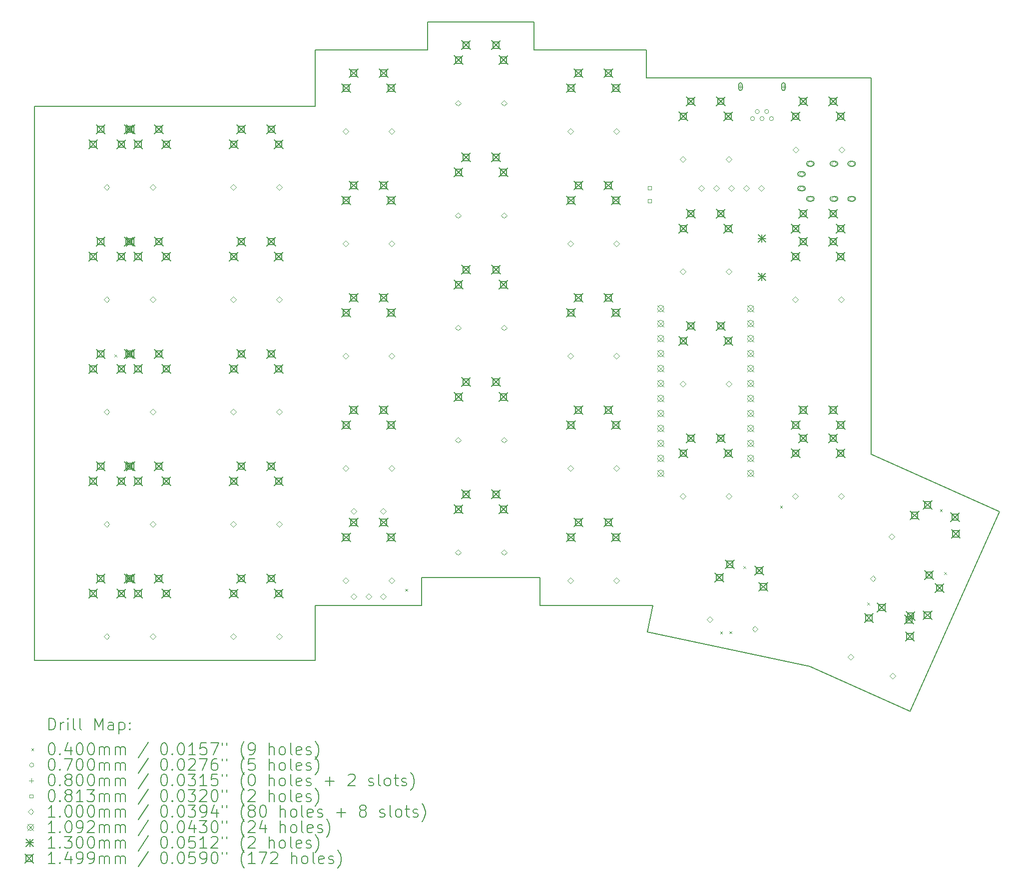
<source format=gbr>
%FSLAX45Y45*%
G04 Gerber Fmt 4.5, Leading zero omitted, Abs format (unit mm)*
G04 Created by KiCad (PCBNEW (6.0.1)) date 2022-01-28 13:41:14*
%MOMM*%
%LPD*%
G01*
G04 APERTURE LIST*
%TA.AperFunction,Profile*%
%ADD10C,0.200000*%
%TD*%
%ADD11C,0.200000*%
%ADD12C,0.040000*%
%ADD13C,0.070000*%
%ADD14C,0.080000*%
%ADD15C,0.081280*%
%ADD16C,0.100000*%
%ADD17C,0.109220*%
%ADD18C,0.130000*%
%ADD19C,0.149860*%
G04 APERTURE END LIST*
D10*
X11003000Y-15428691D02*
X8998000Y-15428691D01*
X9098000Y-6479941D02*
X9098000Y-6003691D01*
X7193000Y-16832441D02*
X2430500Y-16832441D01*
X16618000Y-6956191D02*
X16618000Y-6956191D01*
X8998000Y-15428691D02*
X8998000Y-15428691D01*
X16618000Y-13337741D02*
X18788600Y-14308060D01*
X7193000Y-15904941D02*
X7193000Y-16832441D01*
X9098000Y-6479941D02*
X9098000Y-6479941D01*
X2430500Y-16832441D02*
X2430500Y-7432441D01*
X12919700Y-15904941D02*
X12919700Y-15904941D01*
X18788600Y-14308060D02*
X18788600Y-14308060D01*
X15576200Y-16935861D02*
X15576200Y-16935861D01*
X11003000Y-15428691D02*
X11003000Y-15428691D01*
X7193000Y-15904941D02*
X7193000Y-15904941D01*
X17274600Y-17695051D02*
X17274600Y-17695051D01*
X12919700Y-15904941D02*
X11003000Y-15904941D01*
X2430500Y-14952441D02*
X2430500Y-14952441D01*
X7193000Y-15904941D02*
X7193000Y-15904941D01*
X7193000Y-7432441D02*
X7193000Y-6479941D01*
X2430500Y-7432441D02*
X7193000Y-7432441D01*
X10903000Y-6003691D02*
X10903000Y-6003691D01*
X12808000Y-6956191D02*
X12808000Y-6956191D01*
X12808000Y-6956191D02*
X16618000Y-6956191D01*
X12824900Y-16351051D02*
X12919700Y-15904941D01*
X17274600Y-17695051D02*
X17274600Y-17695051D01*
X16618000Y-13337741D02*
X16618000Y-13337741D01*
X10903000Y-6479941D02*
X10903000Y-6479941D01*
X10903000Y-6479941D02*
X10903000Y-6479941D01*
X12919700Y-15904941D02*
X12919700Y-15904941D01*
X7193000Y-6479941D02*
X7193000Y-6479941D01*
X16618000Y-6956191D02*
X16618000Y-13337741D01*
X7193000Y-6479941D02*
X7193000Y-6479941D01*
X18788600Y-14308060D02*
X18788600Y-14308060D01*
X11003000Y-15428691D02*
X11003000Y-15428691D01*
X16618000Y-6956191D02*
X16618000Y-6956191D01*
X11003000Y-15904941D02*
X11003000Y-15904941D01*
X2430500Y-7432441D02*
X2430500Y-7432441D01*
X11003000Y-15904941D02*
X11003000Y-15904941D01*
X12808000Y-6479941D02*
X12808000Y-6479941D01*
X2430500Y-14952441D02*
X2430500Y-14952441D01*
X7193000Y-6479941D02*
X9098000Y-6479941D01*
X8998000Y-15428691D02*
X8998000Y-15428691D01*
X9098000Y-6003691D02*
X10903000Y-6003691D01*
X12808000Y-6956191D02*
X12808000Y-6956191D01*
X16618000Y-13337741D02*
X16618000Y-13337741D01*
X10903000Y-6479941D02*
X12808000Y-6479941D01*
X9098000Y-6479941D02*
X9098000Y-6479941D01*
X10903000Y-6003691D02*
X10903000Y-6479941D01*
X7193000Y-7432441D02*
X7193000Y-7432441D01*
X12808000Y-6479941D02*
X12808000Y-6956191D01*
X8998000Y-15904941D02*
X7193000Y-15904941D01*
X11003000Y-15904941D02*
X11003000Y-15428691D01*
X9098000Y-6003691D02*
X9098000Y-6003691D01*
X18788600Y-14308060D02*
X17274600Y-17695051D01*
X12808000Y-6479941D02*
X12808000Y-6479941D01*
X15576200Y-16935861D02*
X15576200Y-16935861D01*
X8998000Y-15904941D02*
X8998000Y-15904941D01*
X8998000Y-15904941D02*
X8998000Y-15904941D01*
X10903000Y-6003691D02*
X10903000Y-6003691D01*
X8998000Y-15428691D02*
X8998000Y-15904941D01*
X12824900Y-16351051D02*
X12824900Y-16351051D01*
X7193000Y-7432441D02*
X7193000Y-7432441D01*
X17274600Y-17695051D02*
X15576200Y-16935861D01*
X15576200Y-16935861D02*
X12824900Y-16351051D01*
X2430500Y-7432441D02*
X2430500Y-7432441D01*
X12824900Y-16351051D02*
X12824900Y-16351051D01*
X9098000Y-6003691D02*
X9098000Y-6003691D01*
D11*
D12*
X3790016Y-11648174D02*
X3830016Y-11688174D01*
X3830016Y-11648174D02*
X3790016Y-11688174D01*
X8715000Y-15620000D02*
X8755000Y-15660000D01*
X8755000Y-15620000D02*
X8715000Y-15660000D01*
X14055000Y-16345000D02*
X14095000Y-16385000D01*
X14095000Y-16345000D02*
X14055000Y-16385000D01*
X14210000Y-16340000D02*
X14250000Y-16380000D01*
X14250000Y-16340000D02*
X14210000Y-16380000D01*
X14450000Y-15235000D02*
X14490000Y-15275000D01*
X14490000Y-15235000D02*
X14450000Y-15275000D01*
X15072602Y-14211773D02*
X15112602Y-14251773D01*
X15112602Y-14211773D02*
X15072602Y-14251773D01*
X16550000Y-15855000D02*
X16590000Y-15895000D01*
X16590000Y-15855000D02*
X16550000Y-15895000D01*
X17780000Y-14270000D02*
X17820000Y-14310000D01*
X17820000Y-14270000D02*
X17780000Y-14310000D01*
X17855000Y-15340000D02*
X17895000Y-15380000D01*
X17895000Y-15340000D02*
X17855000Y-15380000D01*
D13*
X14640000Y-7645000D02*
G75*
G03*
X14640000Y-7645000I-35000J0D01*
G01*
X14720000Y-7525000D02*
G75*
G03*
X14720000Y-7525000I-35000J0D01*
G01*
X14800000Y-7645000D02*
G75*
G03*
X14800000Y-7645000I-35000J0D01*
G01*
X14880000Y-7525000D02*
G75*
G03*
X14880000Y-7525000I-35000J0D01*
G01*
X14960000Y-7645000D02*
G75*
G03*
X14960000Y-7645000I-35000J0D01*
G01*
D14*
X14400000Y-7063000D02*
X14400000Y-7143000D01*
X14360000Y-7103000D02*
X14440000Y-7103000D01*
D11*
X14430000Y-7138000D02*
X14430000Y-7068000D01*
X14370000Y-7138000D02*
X14370000Y-7068000D01*
X14430000Y-7068000D02*
G75*
G03*
X14370000Y-7068000I-30000J0D01*
G01*
X14370000Y-7138000D02*
G75*
G03*
X14430000Y-7138000I30000J0D01*
G01*
D14*
X15130000Y-7063000D02*
X15130000Y-7143000D01*
X15090000Y-7103000D02*
X15170000Y-7103000D01*
D11*
X15160000Y-7138000D02*
X15160000Y-7068000D01*
X15100000Y-7138000D02*
X15100000Y-7068000D01*
X15160000Y-7068000D02*
G75*
G03*
X15100000Y-7068000I-30000J0D01*
G01*
X15100000Y-7138000D02*
G75*
G03*
X15160000Y-7138000I30000J0D01*
G01*
D15*
X12886237Y-8848737D02*
X12886237Y-8791263D01*
X12828763Y-8791263D01*
X12828763Y-8848737D01*
X12886237Y-8848737D01*
X12886237Y-9071237D02*
X12886237Y-9013763D01*
X12828763Y-9013763D01*
X12828763Y-9071237D01*
X12886237Y-9071237D01*
D16*
X3658125Y-8860625D02*
X3708125Y-8810625D01*
X3658125Y-8760625D01*
X3608125Y-8810625D01*
X3658125Y-8860625D01*
X3658125Y-10765625D02*
X3708125Y-10715625D01*
X3658125Y-10665625D01*
X3608125Y-10715625D01*
X3658125Y-10765625D01*
X3658125Y-12670625D02*
X3708125Y-12620625D01*
X3658125Y-12570625D01*
X3608125Y-12620625D01*
X3658125Y-12670625D01*
X3658125Y-14575625D02*
X3708125Y-14525625D01*
X3658125Y-14475625D01*
X3608125Y-14525625D01*
X3658125Y-14575625D01*
X3658125Y-16480625D02*
X3708125Y-16430625D01*
X3658125Y-16380625D01*
X3608125Y-16430625D01*
X3658125Y-16480625D01*
X4438125Y-8860625D02*
X4488125Y-8810625D01*
X4438125Y-8760625D01*
X4388125Y-8810625D01*
X4438125Y-8860625D01*
X4438125Y-10765625D02*
X4488125Y-10715625D01*
X4438125Y-10665625D01*
X4388125Y-10715625D01*
X4438125Y-10765625D01*
X4438125Y-12670625D02*
X4488125Y-12620625D01*
X4438125Y-12570625D01*
X4388125Y-12620625D01*
X4438125Y-12670625D01*
X4438125Y-14575625D02*
X4488125Y-14525625D01*
X4438125Y-14475625D01*
X4388125Y-14525625D01*
X4438125Y-14575625D01*
X4438125Y-16480625D02*
X4488125Y-16430625D01*
X4438125Y-16380625D01*
X4388125Y-16430625D01*
X4438125Y-16480625D01*
X5801250Y-8860625D02*
X5851250Y-8810625D01*
X5801250Y-8760625D01*
X5751250Y-8810625D01*
X5801250Y-8860625D01*
X5801250Y-10765625D02*
X5851250Y-10715625D01*
X5801250Y-10665625D01*
X5751250Y-10715625D01*
X5801250Y-10765625D01*
X5801250Y-12670625D02*
X5851250Y-12620625D01*
X5801250Y-12570625D01*
X5751250Y-12620625D01*
X5801250Y-12670625D01*
X5801250Y-14575625D02*
X5851250Y-14525625D01*
X5801250Y-14475625D01*
X5751250Y-14525625D01*
X5801250Y-14575625D01*
X5801250Y-16480625D02*
X5851250Y-16430625D01*
X5801250Y-16380625D01*
X5751250Y-16430625D01*
X5801250Y-16480625D01*
X6581250Y-8860625D02*
X6631250Y-8810625D01*
X6581250Y-8760625D01*
X6531250Y-8810625D01*
X6581250Y-8860625D01*
X6581250Y-10765625D02*
X6631250Y-10715625D01*
X6581250Y-10665625D01*
X6531250Y-10715625D01*
X6581250Y-10765625D01*
X6581250Y-12670625D02*
X6631250Y-12620625D01*
X6581250Y-12570625D01*
X6531250Y-12620625D01*
X6581250Y-12670625D01*
X6581250Y-14575625D02*
X6631250Y-14525625D01*
X6581250Y-14475625D01*
X6531250Y-14525625D01*
X6581250Y-14575625D01*
X6581250Y-16480625D02*
X6631250Y-16430625D01*
X6581250Y-16380625D01*
X6531250Y-16430625D01*
X6581250Y-16480625D01*
X7706250Y-7908125D02*
X7756250Y-7858125D01*
X7706250Y-7808125D01*
X7656250Y-7858125D01*
X7706250Y-7908125D01*
X7706250Y-9813125D02*
X7756250Y-9763125D01*
X7706250Y-9713125D01*
X7656250Y-9763125D01*
X7706250Y-9813125D01*
X7706250Y-11718125D02*
X7756250Y-11668125D01*
X7706250Y-11618125D01*
X7656250Y-11668125D01*
X7706250Y-11718125D01*
X7706250Y-13623125D02*
X7756250Y-13573125D01*
X7706250Y-13523125D01*
X7656250Y-13573125D01*
X7706250Y-13623125D01*
X7706284Y-15528190D02*
X7756284Y-15478190D01*
X7706284Y-15428190D01*
X7656284Y-15478190D01*
X7706284Y-15528190D01*
X7846250Y-14351875D02*
X7896250Y-14301875D01*
X7846250Y-14251875D01*
X7796250Y-14301875D01*
X7846250Y-14351875D01*
X7846250Y-15801875D02*
X7896250Y-15751875D01*
X7846250Y-15701875D01*
X7796250Y-15751875D01*
X7846250Y-15801875D01*
X8096250Y-15801875D02*
X8146250Y-15751875D01*
X8096250Y-15701875D01*
X8046250Y-15751875D01*
X8096250Y-15801875D01*
X8346250Y-14351875D02*
X8396250Y-14301875D01*
X8346250Y-14251875D01*
X8296250Y-14301875D01*
X8346250Y-14351875D01*
X8346250Y-15801875D02*
X8396250Y-15751875D01*
X8346250Y-15701875D01*
X8296250Y-15751875D01*
X8346250Y-15801875D01*
X8486250Y-7908125D02*
X8536250Y-7858125D01*
X8486250Y-7808125D01*
X8436250Y-7858125D01*
X8486250Y-7908125D01*
X8486250Y-9813125D02*
X8536250Y-9763125D01*
X8486250Y-9713125D01*
X8436250Y-9763125D01*
X8486250Y-9813125D01*
X8486250Y-11718125D02*
X8536250Y-11668125D01*
X8486250Y-11618125D01*
X8436250Y-11668125D01*
X8486250Y-11718125D01*
X8486250Y-13623125D02*
X8536250Y-13573125D01*
X8486250Y-13523125D01*
X8436250Y-13573125D01*
X8486250Y-13623125D01*
X8486284Y-15528190D02*
X8536284Y-15478190D01*
X8486284Y-15428190D01*
X8436284Y-15478190D01*
X8486284Y-15528190D01*
X9611250Y-7431875D02*
X9661250Y-7381875D01*
X9611250Y-7331875D01*
X9561250Y-7381875D01*
X9611250Y-7431875D01*
X9611250Y-9336875D02*
X9661250Y-9286875D01*
X9611250Y-9236875D01*
X9561250Y-9286875D01*
X9611250Y-9336875D01*
X9611250Y-11241875D02*
X9661250Y-11191875D01*
X9611250Y-11141875D01*
X9561250Y-11191875D01*
X9611250Y-11241875D01*
X9611250Y-13146875D02*
X9661250Y-13096875D01*
X9611250Y-13046875D01*
X9561250Y-13096875D01*
X9611250Y-13146875D01*
X9611250Y-15051875D02*
X9661250Y-15001875D01*
X9611250Y-14951875D01*
X9561250Y-15001875D01*
X9611250Y-15051875D01*
X10391250Y-7431875D02*
X10441250Y-7381875D01*
X10391250Y-7331875D01*
X10341250Y-7381875D01*
X10391250Y-7431875D01*
X10391250Y-9336875D02*
X10441250Y-9286875D01*
X10391250Y-9236875D01*
X10341250Y-9286875D01*
X10391250Y-9336875D01*
X10391250Y-11241875D02*
X10441250Y-11191875D01*
X10391250Y-11141875D01*
X10341250Y-11191875D01*
X10391250Y-11241875D01*
X10391250Y-13146875D02*
X10441250Y-13096875D01*
X10391250Y-13046875D01*
X10341250Y-13096875D01*
X10391250Y-13146875D01*
X10391250Y-15051875D02*
X10441250Y-15001875D01*
X10391250Y-14951875D01*
X10341250Y-15001875D01*
X10391250Y-15051875D01*
X11516250Y-7908125D02*
X11566250Y-7858125D01*
X11516250Y-7808125D01*
X11466250Y-7858125D01*
X11516250Y-7908125D01*
X11516250Y-9813125D02*
X11566250Y-9763125D01*
X11516250Y-9713125D01*
X11466250Y-9763125D01*
X11516250Y-9813125D01*
X11516250Y-11718125D02*
X11566250Y-11668125D01*
X11516250Y-11618125D01*
X11466250Y-11668125D01*
X11516250Y-11718125D01*
X11516250Y-13623125D02*
X11566250Y-13573125D01*
X11516250Y-13523125D01*
X11466250Y-13573125D01*
X11516250Y-13623125D01*
X11516250Y-15528125D02*
X11566250Y-15478125D01*
X11516250Y-15428125D01*
X11466250Y-15478125D01*
X11516250Y-15528125D01*
X12296250Y-7908125D02*
X12346250Y-7858125D01*
X12296250Y-7808125D01*
X12246250Y-7858125D01*
X12296250Y-7908125D01*
X12296250Y-9813125D02*
X12346250Y-9763125D01*
X12296250Y-9713125D01*
X12246250Y-9763125D01*
X12296250Y-9813125D01*
X12296250Y-11718125D02*
X12346250Y-11668125D01*
X12296250Y-11618125D01*
X12246250Y-11668125D01*
X12296250Y-11718125D01*
X12296250Y-13623125D02*
X12346250Y-13573125D01*
X12296250Y-13523125D01*
X12246250Y-13573125D01*
X12296250Y-13623125D01*
X12296250Y-15528125D02*
X12346250Y-15478125D01*
X12296250Y-15428125D01*
X12246250Y-15478125D01*
X12296250Y-15528125D01*
X13421250Y-8384375D02*
X13471250Y-8334375D01*
X13421250Y-8284375D01*
X13371250Y-8334375D01*
X13421250Y-8384375D01*
X13421250Y-10289375D02*
X13471250Y-10239375D01*
X13421250Y-10189375D01*
X13371250Y-10239375D01*
X13421250Y-10289375D01*
X13421250Y-12194375D02*
X13471250Y-12144375D01*
X13421250Y-12094375D01*
X13371250Y-12144375D01*
X13421250Y-12194375D01*
X13421250Y-14099375D02*
X13471250Y-14049375D01*
X13421250Y-13999375D01*
X13371250Y-14049375D01*
X13421250Y-14099375D01*
X13735500Y-8872500D02*
X13785500Y-8822500D01*
X13735500Y-8772500D01*
X13685500Y-8822500D01*
X13735500Y-8872500D01*
X13883521Y-16190338D02*
X13933521Y-16140338D01*
X13883521Y-16090338D01*
X13833521Y-16140338D01*
X13883521Y-16190338D01*
X13989500Y-8872500D02*
X14039500Y-8822500D01*
X13989500Y-8772500D01*
X13939500Y-8822500D01*
X13989500Y-8872500D01*
X14201250Y-8384375D02*
X14251250Y-8334375D01*
X14201250Y-8284375D01*
X14151250Y-8334375D01*
X14201250Y-8384375D01*
X14201250Y-10289375D02*
X14251250Y-10239375D01*
X14201250Y-10189375D01*
X14151250Y-10239375D01*
X14201250Y-10289375D01*
X14201250Y-12194375D02*
X14251250Y-12144375D01*
X14201250Y-12094375D01*
X14151250Y-12144375D01*
X14201250Y-12194375D01*
X14201250Y-14099375D02*
X14251250Y-14049375D01*
X14201250Y-13999375D01*
X14151250Y-14049375D01*
X14201250Y-14099375D01*
X14243500Y-8872500D02*
X14293500Y-8822500D01*
X14243500Y-8772500D01*
X14193500Y-8822500D01*
X14243500Y-8872500D01*
X14497500Y-8872500D02*
X14547500Y-8822500D01*
X14497500Y-8772500D01*
X14447500Y-8822500D01*
X14497500Y-8872500D01*
X14646477Y-16352509D02*
X14696477Y-16302509D01*
X14646477Y-16252509D01*
X14596477Y-16302509D01*
X14646477Y-16352509D01*
X14751500Y-8872500D02*
X14801500Y-8822500D01*
X14751500Y-8772500D01*
X14701500Y-8822500D01*
X14751500Y-8872500D01*
X15326250Y-10765625D02*
X15376250Y-10715625D01*
X15326250Y-10665625D01*
X15276250Y-10715625D01*
X15326250Y-10765625D01*
X15326250Y-14099375D02*
X15376250Y-14049375D01*
X15326250Y-13999375D01*
X15276250Y-14049375D01*
X15326250Y-14099375D01*
X15335000Y-8220000D02*
X15385000Y-8170000D01*
X15335000Y-8120000D01*
X15285000Y-8170000D01*
X15335000Y-8220000D01*
X15435000Y-8635000D02*
X15485000Y-8585000D01*
X15435000Y-8535000D01*
X15385000Y-8585000D01*
X15435000Y-8635000D01*
D11*
X15460000Y-8545000D02*
X15410000Y-8545000D01*
X15460000Y-8625000D02*
X15410000Y-8625000D01*
X15410000Y-8545000D02*
G75*
G03*
X15410000Y-8625000I0J-40000D01*
G01*
X15460000Y-8625000D02*
G75*
G03*
X15460000Y-8545000I0J40000D01*
G01*
D16*
X15435000Y-8880000D02*
X15485000Y-8830000D01*
X15435000Y-8780000D01*
X15385000Y-8830000D01*
X15435000Y-8880000D01*
D11*
X15460000Y-8790000D02*
X15410000Y-8790000D01*
X15460000Y-8870000D02*
X15410000Y-8870000D01*
X15410000Y-8790000D02*
G75*
G03*
X15410000Y-8870000I0J-40000D01*
G01*
X15460000Y-8870000D02*
G75*
G03*
X15460000Y-8790000I0J40000D01*
G01*
D16*
X15585000Y-8460000D02*
X15635000Y-8410000D01*
X15585000Y-8360000D01*
X15535000Y-8410000D01*
X15585000Y-8460000D01*
D11*
X15610000Y-8370000D02*
X15560000Y-8370000D01*
X15610000Y-8450000D02*
X15560000Y-8450000D01*
X15560000Y-8370000D02*
G75*
G03*
X15560000Y-8450000I0J-40000D01*
G01*
X15610000Y-8450000D02*
G75*
G03*
X15610000Y-8370000I0J40000D01*
G01*
D16*
X15585000Y-9055000D02*
X15635000Y-9005000D01*
X15585000Y-8955000D01*
X15535000Y-9005000D01*
X15585000Y-9055000D01*
D11*
X15610000Y-8965000D02*
X15560000Y-8965000D01*
X15610000Y-9045000D02*
X15560000Y-9045000D01*
X15560000Y-8965000D02*
G75*
G03*
X15560000Y-9045000I0J-40000D01*
G01*
X15610000Y-9045000D02*
G75*
G03*
X15610000Y-8965000I0J40000D01*
G01*
D16*
X15985000Y-8460000D02*
X16035000Y-8410000D01*
X15985000Y-8360000D01*
X15935000Y-8410000D01*
X15985000Y-8460000D01*
D11*
X16010000Y-8370000D02*
X15960000Y-8370000D01*
X16010000Y-8450000D02*
X15960000Y-8450000D01*
X15960000Y-8370000D02*
G75*
G03*
X15960000Y-8450000I0J-40000D01*
G01*
X16010000Y-8450000D02*
G75*
G03*
X16010000Y-8370000I0J40000D01*
G01*
D16*
X15985000Y-9055000D02*
X16035000Y-9005000D01*
X15985000Y-8955000D01*
X15935000Y-9005000D01*
X15985000Y-9055000D01*
D11*
X16010000Y-8965000D02*
X15960000Y-8965000D01*
X16010000Y-9045000D02*
X15960000Y-9045000D01*
X15960000Y-8965000D02*
G75*
G03*
X15960000Y-9045000I0J-40000D01*
G01*
X16010000Y-9045000D02*
G75*
G03*
X16010000Y-8965000I0J40000D01*
G01*
D16*
X16106250Y-10765625D02*
X16156250Y-10715625D01*
X16106250Y-10665625D01*
X16056250Y-10715625D01*
X16106250Y-10765625D01*
X16106250Y-14099375D02*
X16156250Y-14049375D01*
X16106250Y-13999375D01*
X16056250Y-14049375D01*
X16106250Y-14099375D01*
X16115000Y-8220000D02*
X16165000Y-8170000D01*
X16115000Y-8120000D01*
X16065000Y-8170000D01*
X16115000Y-8220000D01*
X16269911Y-16828051D02*
X16319911Y-16778051D01*
X16269911Y-16728051D01*
X16219911Y-16778051D01*
X16269911Y-16828051D01*
X16285000Y-8460000D02*
X16335000Y-8410000D01*
X16285000Y-8360000D01*
X16235000Y-8410000D01*
X16285000Y-8460000D01*
D11*
X16310000Y-8370000D02*
X16260000Y-8370000D01*
X16310000Y-8450000D02*
X16260000Y-8450000D01*
X16260000Y-8370000D02*
G75*
G03*
X16260000Y-8450000I0J-40000D01*
G01*
X16310000Y-8450000D02*
G75*
G03*
X16310000Y-8370000I0J40000D01*
G01*
D16*
X16285000Y-9055000D02*
X16335000Y-9005000D01*
X16285000Y-8955000D01*
X16235000Y-9005000D01*
X16285000Y-9055000D01*
D11*
X16310000Y-8965000D02*
X16260000Y-8965000D01*
X16310000Y-9045000D02*
X16260000Y-9045000D01*
X16260000Y-8965000D02*
G75*
G03*
X16260000Y-9045000I0J-40000D01*
G01*
X16310000Y-9045000D02*
G75*
G03*
X16310000Y-8965000I0J40000D01*
G01*
D16*
X16645751Y-15496005D02*
X16695751Y-15446005D01*
X16645751Y-15396005D01*
X16595751Y-15446005D01*
X16645751Y-15496005D01*
X16964249Y-14783995D02*
X17014249Y-14733995D01*
X16964249Y-14683995D01*
X16914249Y-14733995D01*
X16964249Y-14783995D01*
X16981922Y-17146549D02*
X17031922Y-17096549D01*
X16981922Y-17046549D01*
X16931922Y-17096549D01*
X16981922Y-17146549D01*
D17*
X12994698Y-10811879D02*
X13103918Y-10921099D01*
X13103918Y-10811879D02*
X12994698Y-10921099D01*
X13103918Y-10866489D02*
G75*
G03*
X13103918Y-10866489I-54610J0D01*
G01*
X12994698Y-11065879D02*
X13103918Y-11175099D01*
X13103918Y-11065879D02*
X12994698Y-11175099D01*
X13103918Y-11120489D02*
G75*
G03*
X13103918Y-11120489I-54610J0D01*
G01*
X12994698Y-11319879D02*
X13103918Y-11429099D01*
X13103918Y-11319879D02*
X12994698Y-11429099D01*
X13103918Y-11374489D02*
G75*
G03*
X13103918Y-11374489I-54610J0D01*
G01*
X12994698Y-11573879D02*
X13103918Y-11683099D01*
X13103918Y-11573879D02*
X12994698Y-11683099D01*
X13103918Y-11628489D02*
G75*
G03*
X13103918Y-11628489I-54610J0D01*
G01*
X12994698Y-11827879D02*
X13103918Y-11937099D01*
X13103918Y-11827879D02*
X12994698Y-11937099D01*
X13103918Y-11882489D02*
G75*
G03*
X13103918Y-11882489I-54610J0D01*
G01*
X12994698Y-12081879D02*
X13103918Y-12191099D01*
X13103918Y-12081879D02*
X12994698Y-12191099D01*
X13103918Y-12136489D02*
G75*
G03*
X13103918Y-12136489I-54610J0D01*
G01*
X12994698Y-12335879D02*
X13103918Y-12445099D01*
X13103918Y-12335879D02*
X12994698Y-12445099D01*
X13103918Y-12390489D02*
G75*
G03*
X13103918Y-12390489I-54610J0D01*
G01*
X12994698Y-12589879D02*
X13103918Y-12699099D01*
X13103918Y-12589879D02*
X12994698Y-12699099D01*
X13103918Y-12644489D02*
G75*
G03*
X13103918Y-12644489I-54610J0D01*
G01*
X12994698Y-12843879D02*
X13103918Y-12953099D01*
X13103918Y-12843879D02*
X12994698Y-12953099D01*
X13103918Y-12898489D02*
G75*
G03*
X13103918Y-12898489I-54610J0D01*
G01*
X12994698Y-13097879D02*
X13103918Y-13207099D01*
X13103918Y-13097879D02*
X12994698Y-13207099D01*
X13103918Y-13152489D02*
G75*
G03*
X13103918Y-13152489I-54610J0D01*
G01*
X12994698Y-13351879D02*
X13103918Y-13461099D01*
X13103918Y-13351879D02*
X12994698Y-13461099D01*
X13103918Y-13406489D02*
G75*
G03*
X13103918Y-13406489I-54610J0D01*
G01*
X12994698Y-13605879D02*
X13103918Y-13715099D01*
X13103918Y-13605879D02*
X12994698Y-13715099D01*
X13103918Y-13660489D02*
G75*
G03*
X13103918Y-13660489I-54610J0D01*
G01*
X14518698Y-10811879D02*
X14627918Y-10921099D01*
X14627918Y-10811879D02*
X14518698Y-10921099D01*
X14627918Y-10866489D02*
G75*
G03*
X14627918Y-10866489I-54610J0D01*
G01*
X14518698Y-11065879D02*
X14627918Y-11175099D01*
X14627918Y-11065879D02*
X14518698Y-11175099D01*
X14627918Y-11120489D02*
G75*
G03*
X14627918Y-11120489I-54610J0D01*
G01*
X14518698Y-11319879D02*
X14627918Y-11429099D01*
X14627918Y-11319879D02*
X14518698Y-11429099D01*
X14627918Y-11374489D02*
G75*
G03*
X14627918Y-11374489I-54610J0D01*
G01*
X14518698Y-11573879D02*
X14627918Y-11683099D01*
X14627918Y-11573879D02*
X14518698Y-11683099D01*
X14627918Y-11628489D02*
G75*
G03*
X14627918Y-11628489I-54610J0D01*
G01*
X14518698Y-11827879D02*
X14627918Y-11937099D01*
X14627918Y-11827879D02*
X14518698Y-11937099D01*
X14627918Y-11882489D02*
G75*
G03*
X14627918Y-11882489I-54610J0D01*
G01*
X14518698Y-12081879D02*
X14627918Y-12191099D01*
X14627918Y-12081879D02*
X14518698Y-12191099D01*
X14627918Y-12136489D02*
G75*
G03*
X14627918Y-12136489I-54610J0D01*
G01*
X14518698Y-12335879D02*
X14627918Y-12445099D01*
X14627918Y-12335879D02*
X14518698Y-12445099D01*
X14627918Y-12390489D02*
G75*
G03*
X14627918Y-12390489I-54610J0D01*
G01*
X14518698Y-12589879D02*
X14627918Y-12699099D01*
X14627918Y-12589879D02*
X14518698Y-12699099D01*
X14627918Y-12644489D02*
G75*
G03*
X14627918Y-12644489I-54610J0D01*
G01*
X14518698Y-12843879D02*
X14627918Y-12953099D01*
X14627918Y-12843879D02*
X14518698Y-12953099D01*
X14627918Y-12898489D02*
G75*
G03*
X14627918Y-12898489I-54610J0D01*
G01*
X14518698Y-13097879D02*
X14627918Y-13207099D01*
X14627918Y-13097879D02*
X14518698Y-13207099D01*
X14627918Y-13152489D02*
G75*
G03*
X14627918Y-13152489I-54610J0D01*
G01*
X14518698Y-13351879D02*
X14627918Y-13461099D01*
X14627918Y-13351879D02*
X14518698Y-13461099D01*
X14627918Y-13406489D02*
G75*
G03*
X14627918Y-13406489I-54610J0D01*
G01*
X14518698Y-13605879D02*
X14627918Y-13715099D01*
X14627918Y-13605879D02*
X14518698Y-13715099D01*
X14627918Y-13660489D02*
G75*
G03*
X14627918Y-13660489I-54610J0D01*
G01*
D18*
X14698812Y-9611292D02*
X14828812Y-9741292D01*
X14828812Y-9611292D02*
X14698812Y-9741292D01*
X14763812Y-9611292D02*
X14763812Y-9741292D01*
X14698812Y-9676292D02*
X14828812Y-9676292D01*
X14698812Y-10261292D02*
X14828812Y-10391292D01*
X14828812Y-10261292D02*
X14698812Y-10391292D01*
X14763812Y-10261292D02*
X14763812Y-10391292D01*
X14698812Y-10326292D02*
X14828812Y-10326292D01*
D19*
X3354070Y-8005445D02*
X3503930Y-8155305D01*
X3503930Y-8005445D02*
X3354070Y-8155305D01*
X3481984Y-8133359D02*
X3481984Y-8027391D01*
X3376016Y-8027391D01*
X3376016Y-8133359D01*
X3481984Y-8133359D01*
X3354070Y-9910445D02*
X3503930Y-10060305D01*
X3503930Y-9910445D02*
X3354070Y-10060305D01*
X3481984Y-10038359D02*
X3481984Y-9932391D01*
X3376016Y-9932391D01*
X3376016Y-10038359D01*
X3481984Y-10038359D01*
X3354070Y-11815445D02*
X3503930Y-11965305D01*
X3503930Y-11815445D02*
X3354070Y-11965305D01*
X3481984Y-11943359D02*
X3481984Y-11837391D01*
X3376016Y-11837391D01*
X3376016Y-11943359D01*
X3481984Y-11943359D01*
X3354070Y-13720445D02*
X3503930Y-13870305D01*
X3503930Y-13720445D02*
X3354070Y-13870305D01*
X3481984Y-13848359D02*
X3481984Y-13742391D01*
X3376016Y-13742391D01*
X3376016Y-13848359D01*
X3481984Y-13848359D01*
X3354070Y-15625445D02*
X3503930Y-15775305D01*
X3503930Y-15625445D02*
X3354070Y-15775305D01*
X3481984Y-15753359D02*
X3481984Y-15647391D01*
X3376016Y-15647391D01*
X3376016Y-15753359D01*
X3481984Y-15753359D01*
X3481070Y-7751445D02*
X3630930Y-7901305D01*
X3630930Y-7751445D02*
X3481070Y-7901305D01*
X3608984Y-7879359D02*
X3608984Y-7773391D01*
X3503016Y-7773391D01*
X3503016Y-7879359D01*
X3608984Y-7879359D01*
X3481070Y-9656445D02*
X3630930Y-9806305D01*
X3630930Y-9656445D02*
X3481070Y-9806305D01*
X3608984Y-9784359D02*
X3608984Y-9678391D01*
X3503016Y-9678391D01*
X3503016Y-9784359D01*
X3608984Y-9784359D01*
X3481070Y-11561445D02*
X3630930Y-11711305D01*
X3630930Y-11561445D02*
X3481070Y-11711305D01*
X3608984Y-11689359D02*
X3608984Y-11583391D01*
X3503016Y-11583391D01*
X3503016Y-11689359D01*
X3608984Y-11689359D01*
X3481070Y-13466445D02*
X3630930Y-13616305D01*
X3630930Y-13466445D02*
X3481070Y-13616305D01*
X3608984Y-13594359D02*
X3608984Y-13488391D01*
X3503016Y-13488391D01*
X3503016Y-13594359D01*
X3608984Y-13594359D01*
X3481070Y-15371445D02*
X3630930Y-15521305D01*
X3630930Y-15371445D02*
X3481070Y-15521305D01*
X3608984Y-15499359D02*
X3608984Y-15393391D01*
X3503016Y-15393391D01*
X3503016Y-15499359D01*
X3608984Y-15499359D01*
X3830320Y-8005445D02*
X3980180Y-8155305D01*
X3980180Y-8005445D02*
X3830320Y-8155305D01*
X3958234Y-8133359D02*
X3958234Y-8027391D01*
X3852266Y-8027391D01*
X3852266Y-8133359D01*
X3958234Y-8133359D01*
X3830320Y-9910445D02*
X3980180Y-10060305D01*
X3980180Y-9910445D02*
X3830320Y-10060305D01*
X3958234Y-10038359D02*
X3958234Y-9932391D01*
X3852266Y-9932391D01*
X3852266Y-10038359D01*
X3958234Y-10038359D01*
X3830320Y-11815445D02*
X3980180Y-11965305D01*
X3980180Y-11815445D02*
X3830320Y-11965305D01*
X3958234Y-11943359D02*
X3958234Y-11837391D01*
X3852266Y-11837391D01*
X3852266Y-11943359D01*
X3958234Y-11943359D01*
X3830320Y-13720445D02*
X3980180Y-13870305D01*
X3980180Y-13720445D02*
X3830320Y-13870305D01*
X3958234Y-13848359D02*
X3958234Y-13742391D01*
X3852266Y-13742391D01*
X3852266Y-13848359D01*
X3958234Y-13848359D01*
X3830320Y-15625445D02*
X3980180Y-15775305D01*
X3980180Y-15625445D02*
X3830320Y-15775305D01*
X3958234Y-15753359D02*
X3958234Y-15647391D01*
X3852266Y-15647391D01*
X3852266Y-15753359D01*
X3958234Y-15753359D01*
X3957320Y-7751445D02*
X4107180Y-7901305D01*
X4107180Y-7751445D02*
X3957320Y-7901305D01*
X4085234Y-7879359D02*
X4085234Y-7773391D01*
X3979266Y-7773391D01*
X3979266Y-7879359D01*
X4085234Y-7879359D01*
X3957320Y-9656445D02*
X4107180Y-9806305D01*
X4107180Y-9656445D02*
X3957320Y-9806305D01*
X4085234Y-9784359D02*
X4085234Y-9678391D01*
X3979266Y-9678391D01*
X3979266Y-9784359D01*
X4085234Y-9784359D01*
X3957320Y-11561445D02*
X4107180Y-11711305D01*
X4107180Y-11561445D02*
X3957320Y-11711305D01*
X4085234Y-11689359D02*
X4085234Y-11583391D01*
X3979266Y-11583391D01*
X3979266Y-11689359D01*
X4085234Y-11689359D01*
X3957320Y-13466445D02*
X4107180Y-13616305D01*
X4107180Y-13466445D02*
X3957320Y-13616305D01*
X4085234Y-13594359D02*
X4085234Y-13488391D01*
X3979266Y-13488391D01*
X3979266Y-13594359D01*
X4085234Y-13594359D01*
X3957320Y-15371445D02*
X4107180Y-15521305D01*
X4107180Y-15371445D02*
X3957320Y-15521305D01*
X4085234Y-15499359D02*
X4085234Y-15393391D01*
X3979266Y-15393391D01*
X3979266Y-15499359D01*
X4085234Y-15499359D01*
X3989070Y-7751445D02*
X4138930Y-7901305D01*
X4138930Y-7751445D02*
X3989070Y-7901305D01*
X4116984Y-7879359D02*
X4116984Y-7773391D01*
X4011016Y-7773391D01*
X4011016Y-7879359D01*
X4116984Y-7879359D01*
X3989070Y-9656445D02*
X4138930Y-9806305D01*
X4138930Y-9656445D02*
X3989070Y-9806305D01*
X4116984Y-9784359D02*
X4116984Y-9678391D01*
X4011016Y-9678391D01*
X4011016Y-9784359D01*
X4116984Y-9784359D01*
X3989070Y-11561445D02*
X4138930Y-11711305D01*
X4138930Y-11561445D02*
X3989070Y-11711305D01*
X4116984Y-11689359D02*
X4116984Y-11583391D01*
X4011016Y-11583391D01*
X4011016Y-11689359D01*
X4116984Y-11689359D01*
X3989070Y-13466445D02*
X4138930Y-13616305D01*
X4138930Y-13466445D02*
X3989070Y-13616305D01*
X4116984Y-13594359D02*
X4116984Y-13488391D01*
X4011016Y-13488391D01*
X4011016Y-13594359D01*
X4116984Y-13594359D01*
X3989070Y-15371445D02*
X4138930Y-15521305D01*
X4138930Y-15371445D02*
X3989070Y-15521305D01*
X4116984Y-15499359D02*
X4116984Y-15393391D01*
X4011016Y-15393391D01*
X4011016Y-15499359D01*
X4116984Y-15499359D01*
X4116070Y-8005445D02*
X4265930Y-8155305D01*
X4265930Y-8005445D02*
X4116070Y-8155305D01*
X4243984Y-8133359D02*
X4243984Y-8027391D01*
X4138016Y-8027391D01*
X4138016Y-8133359D01*
X4243984Y-8133359D01*
X4116070Y-9910445D02*
X4265930Y-10060305D01*
X4265930Y-9910445D02*
X4116070Y-10060305D01*
X4243984Y-10038359D02*
X4243984Y-9932391D01*
X4138016Y-9932391D01*
X4138016Y-10038359D01*
X4243984Y-10038359D01*
X4116070Y-11815445D02*
X4265930Y-11965305D01*
X4265930Y-11815445D02*
X4116070Y-11965305D01*
X4243984Y-11943359D02*
X4243984Y-11837391D01*
X4138016Y-11837391D01*
X4138016Y-11943359D01*
X4243984Y-11943359D01*
X4116070Y-13720445D02*
X4265930Y-13870305D01*
X4265930Y-13720445D02*
X4116070Y-13870305D01*
X4243984Y-13848359D02*
X4243984Y-13742391D01*
X4138016Y-13742391D01*
X4138016Y-13848359D01*
X4243984Y-13848359D01*
X4116070Y-15625445D02*
X4265930Y-15775305D01*
X4265930Y-15625445D02*
X4116070Y-15775305D01*
X4243984Y-15753359D02*
X4243984Y-15647391D01*
X4138016Y-15647391D01*
X4138016Y-15753359D01*
X4243984Y-15753359D01*
X4465320Y-7751445D02*
X4615180Y-7901305D01*
X4615180Y-7751445D02*
X4465320Y-7901305D01*
X4593234Y-7879359D02*
X4593234Y-7773391D01*
X4487266Y-7773391D01*
X4487266Y-7879359D01*
X4593234Y-7879359D01*
X4465320Y-9656445D02*
X4615180Y-9806305D01*
X4615180Y-9656445D02*
X4465320Y-9806305D01*
X4593234Y-9784359D02*
X4593234Y-9678391D01*
X4487266Y-9678391D01*
X4487266Y-9784359D01*
X4593234Y-9784359D01*
X4465320Y-11561445D02*
X4615180Y-11711305D01*
X4615180Y-11561445D02*
X4465320Y-11711305D01*
X4593234Y-11689359D02*
X4593234Y-11583391D01*
X4487266Y-11583391D01*
X4487266Y-11689359D01*
X4593234Y-11689359D01*
X4465320Y-13466445D02*
X4615180Y-13616305D01*
X4615180Y-13466445D02*
X4465320Y-13616305D01*
X4593234Y-13594359D02*
X4593234Y-13488391D01*
X4487266Y-13488391D01*
X4487266Y-13594359D01*
X4593234Y-13594359D01*
X4465320Y-15371445D02*
X4615180Y-15521305D01*
X4615180Y-15371445D02*
X4465320Y-15521305D01*
X4593234Y-15499359D02*
X4593234Y-15393391D01*
X4487266Y-15393391D01*
X4487266Y-15499359D01*
X4593234Y-15499359D01*
X4592320Y-8005445D02*
X4742180Y-8155305D01*
X4742180Y-8005445D02*
X4592320Y-8155305D01*
X4720234Y-8133359D02*
X4720234Y-8027391D01*
X4614266Y-8027391D01*
X4614266Y-8133359D01*
X4720234Y-8133359D01*
X4592320Y-9910445D02*
X4742180Y-10060305D01*
X4742180Y-9910445D02*
X4592320Y-10060305D01*
X4720234Y-10038359D02*
X4720234Y-9932391D01*
X4614266Y-9932391D01*
X4614266Y-10038359D01*
X4720234Y-10038359D01*
X4592320Y-11815445D02*
X4742180Y-11965305D01*
X4742180Y-11815445D02*
X4592320Y-11965305D01*
X4720234Y-11943359D02*
X4720234Y-11837391D01*
X4614266Y-11837391D01*
X4614266Y-11943359D01*
X4720234Y-11943359D01*
X4592320Y-13720445D02*
X4742180Y-13870305D01*
X4742180Y-13720445D02*
X4592320Y-13870305D01*
X4720234Y-13848359D02*
X4720234Y-13742391D01*
X4614266Y-13742391D01*
X4614266Y-13848359D01*
X4720234Y-13848359D01*
X4592320Y-15625445D02*
X4742180Y-15775305D01*
X4742180Y-15625445D02*
X4592320Y-15775305D01*
X4720234Y-15753359D02*
X4720234Y-15647391D01*
X4614266Y-15647391D01*
X4614266Y-15753359D01*
X4720234Y-15753359D01*
X5735320Y-8005445D02*
X5885180Y-8155305D01*
X5885180Y-8005445D02*
X5735320Y-8155305D01*
X5863234Y-8133359D02*
X5863234Y-8027391D01*
X5757266Y-8027391D01*
X5757266Y-8133359D01*
X5863234Y-8133359D01*
X5735320Y-9910445D02*
X5885180Y-10060305D01*
X5885180Y-9910445D02*
X5735320Y-10060305D01*
X5863234Y-10038359D02*
X5863234Y-9932391D01*
X5757266Y-9932391D01*
X5757266Y-10038359D01*
X5863234Y-10038359D01*
X5735320Y-11815445D02*
X5885180Y-11965305D01*
X5885180Y-11815445D02*
X5735320Y-11965305D01*
X5863234Y-11943359D02*
X5863234Y-11837391D01*
X5757266Y-11837391D01*
X5757266Y-11943359D01*
X5863234Y-11943359D01*
X5735320Y-13720445D02*
X5885180Y-13870305D01*
X5885180Y-13720445D02*
X5735320Y-13870305D01*
X5863234Y-13848359D02*
X5863234Y-13742391D01*
X5757266Y-13742391D01*
X5757266Y-13848359D01*
X5863234Y-13848359D01*
X5735320Y-15625445D02*
X5885180Y-15775305D01*
X5885180Y-15625445D02*
X5735320Y-15775305D01*
X5863234Y-15753359D02*
X5863234Y-15647391D01*
X5757266Y-15647391D01*
X5757266Y-15753359D01*
X5863234Y-15753359D01*
X5862320Y-7751445D02*
X6012180Y-7901305D01*
X6012180Y-7751445D02*
X5862320Y-7901305D01*
X5990234Y-7879359D02*
X5990234Y-7773391D01*
X5884266Y-7773391D01*
X5884266Y-7879359D01*
X5990234Y-7879359D01*
X5862320Y-9656445D02*
X6012180Y-9806305D01*
X6012180Y-9656445D02*
X5862320Y-9806305D01*
X5990234Y-9784359D02*
X5990234Y-9678391D01*
X5884266Y-9678391D01*
X5884266Y-9784359D01*
X5990234Y-9784359D01*
X5862320Y-11561445D02*
X6012180Y-11711305D01*
X6012180Y-11561445D02*
X5862320Y-11711305D01*
X5990234Y-11689359D02*
X5990234Y-11583391D01*
X5884266Y-11583391D01*
X5884266Y-11689359D01*
X5990234Y-11689359D01*
X5862320Y-13466445D02*
X6012180Y-13616305D01*
X6012180Y-13466445D02*
X5862320Y-13616305D01*
X5990234Y-13594359D02*
X5990234Y-13488391D01*
X5884266Y-13488391D01*
X5884266Y-13594359D01*
X5990234Y-13594359D01*
X5862320Y-15371445D02*
X6012180Y-15521305D01*
X6012180Y-15371445D02*
X5862320Y-15521305D01*
X5990234Y-15499359D02*
X5990234Y-15393391D01*
X5884266Y-15393391D01*
X5884266Y-15499359D01*
X5990234Y-15499359D01*
X6370320Y-7751445D02*
X6520180Y-7901305D01*
X6520180Y-7751445D02*
X6370320Y-7901305D01*
X6498234Y-7879359D02*
X6498234Y-7773391D01*
X6392266Y-7773391D01*
X6392266Y-7879359D01*
X6498234Y-7879359D01*
X6370320Y-9656445D02*
X6520180Y-9806305D01*
X6520180Y-9656445D02*
X6370320Y-9806305D01*
X6498234Y-9784359D02*
X6498234Y-9678391D01*
X6392266Y-9678391D01*
X6392266Y-9784359D01*
X6498234Y-9784359D01*
X6370320Y-11561445D02*
X6520180Y-11711305D01*
X6520180Y-11561445D02*
X6370320Y-11711305D01*
X6498234Y-11689359D02*
X6498234Y-11583391D01*
X6392266Y-11583391D01*
X6392266Y-11689359D01*
X6498234Y-11689359D01*
X6370320Y-13466445D02*
X6520180Y-13616305D01*
X6520180Y-13466445D02*
X6370320Y-13616305D01*
X6498234Y-13594359D02*
X6498234Y-13488391D01*
X6392266Y-13488391D01*
X6392266Y-13594359D01*
X6498234Y-13594359D01*
X6370320Y-15371445D02*
X6520180Y-15521305D01*
X6520180Y-15371445D02*
X6370320Y-15521305D01*
X6498234Y-15499359D02*
X6498234Y-15393391D01*
X6392266Y-15393391D01*
X6392266Y-15499359D01*
X6498234Y-15499359D01*
X6497320Y-8005445D02*
X6647180Y-8155305D01*
X6647180Y-8005445D02*
X6497320Y-8155305D01*
X6625234Y-8133359D02*
X6625234Y-8027391D01*
X6519266Y-8027391D01*
X6519266Y-8133359D01*
X6625234Y-8133359D01*
X6497320Y-9910445D02*
X6647180Y-10060305D01*
X6647180Y-9910445D02*
X6497320Y-10060305D01*
X6625234Y-10038359D02*
X6625234Y-9932391D01*
X6519266Y-9932391D01*
X6519266Y-10038359D01*
X6625234Y-10038359D01*
X6497320Y-11815445D02*
X6647180Y-11965305D01*
X6647180Y-11815445D02*
X6497320Y-11965305D01*
X6625234Y-11943359D02*
X6625234Y-11837391D01*
X6519266Y-11837391D01*
X6519266Y-11943359D01*
X6625234Y-11943359D01*
X6497320Y-13720445D02*
X6647180Y-13870305D01*
X6647180Y-13720445D02*
X6497320Y-13870305D01*
X6625234Y-13848359D02*
X6625234Y-13742391D01*
X6519266Y-13742391D01*
X6519266Y-13848359D01*
X6625234Y-13848359D01*
X6497320Y-15625445D02*
X6647180Y-15775305D01*
X6647180Y-15625445D02*
X6497320Y-15775305D01*
X6625234Y-15753359D02*
X6625234Y-15647391D01*
X6519266Y-15647391D01*
X6519266Y-15753359D01*
X6625234Y-15753359D01*
X7640320Y-7052945D02*
X7790180Y-7202805D01*
X7790180Y-7052945D02*
X7640320Y-7202805D01*
X7768234Y-7180859D02*
X7768234Y-7074891D01*
X7662266Y-7074891D01*
X7662266Y-7180859D01*
X7768234Y-7180859D01*
X7640320Y-8957945D02*
X7790180Y-9107805D01*
X7790180Y-8957945D02*
X7640320Y-9107805D01*
X7768234Y-9085859D02*
X7768234Y-8979891D01*
X7662266Y-8979891D01*
X7662266Y-9085859D01*
X7768234Y-9085859D01*
X7640320Y-10862945D02*
X7790180Y-11012805D01*
X7790180Y-10862945D02*
X7640320Y-11012805D01*
X7768234Y-10990859D02*
X7768234Y-10884891D01*
X7662266Y-10884891D01*
X7662266Y-10990859D01*
X7768234Y-10990859D01*
X7640320Y-12767945D02*
X7790180Y-12917805D01*
X7790180Y-12767945D02*
X7640320Y-12917805D01*
X7768234Y-12895859D02*
X7768234Y-12789891D01*
X7662266Y-12789891D01*
X7662266Y-12895859D01*
X7768234Y-12895859D01*
X7640320Y-14672945D02*
X7790180Y-14822805D01*
X7790180Y-14672945D02*
X7640320Y-14822805D01*
X7768234Y-14800859D02*
X7768234Y-14694891D01*
X7662266Y-14694891D01*
X7662266Y-14800859D01*
X7768234Y-14800859D01*
X7767320Y-6798945D02*
X7917180Y-6948805D01*
X7917180Y-6798945D02*
X7767320Y-6948805D01*
X7895234Y-6926859D02*
X7895234Y-6820891D01*
X7789266Y-6820891D01*
X7789266Y-6926859D01*
X7895234Y-6926859D01*
X7767320Y-8703945D02*
X7917180Y-8853805D01*
X7917180Y-8703945D02*
X7767320Y-8853805D01*
X7895234Y-8831859D02*
X7895234Y-8725891D01*
X7789266Y-8725891D01*
X7789266Y-8831859D01*
X7895234Y-8831859D01*
X7767320Y-10608945D02*
X7917180Y-10758805D01*
X7917180Y-10608945D02*
X7767320Y-10758805D01*
X7895234Y-10736859D02*
X7895234Y-10630891D01*
X7789266Y-10630891D01*
X7789266Y-10736859D01*
X7895234Y-10736859D01*
X7767320Y-12513945D02*
X7917180Y-12663805D01*
X7917180Y-12513945D02*
X7767320Y-12663805D01*
X7895234Y-12641859D02*
X7895234Y-12535891D01*
X7789266Y-12535891D01*
X7789266Y-12641859D01*
X7895234Y-12641859D01*
X7767320Y-14418945D02*
X7917180Y-14568805D01*
X7917180Y-14418945D02*
X7767320Y-14568805D01*
X7895234Y-14546859D02*
X7895234Y-14440891D01*
X7789266Y-14440891D01*
X7789266Y-14546859D01*
X7895234Y-14546859D01*
X8275320Y-6798945D02*
X8425180Y-6948805D01*
X8425180Y-6798945D02*
X8275320Y-6948805D01*
X8403234Y-6926859D02*
X8403234Y-6820891D01*
X8297266Y-6820891D01*
X8297266Y-6926859D01*
X8403234Y-6926859D01*
X8275320Y-8703945D02*
X8425180Y-8853805D01*
X8425180Y-8703945D02*
X8275320Y-8853805D01*
X8403234Y-8831859D02*
X8403234Y-8725891D01*
X8297266Y-8725891D01*
X8297266Y-8831859D01*
X8403234Y-8831859D01*
X8275320Y-10608945D02*
X8425180Y-10758805D01*
X8425180Y-10608945D02*
X8275320Y-10758805D01*
X8403234Y-10736859D02*
X8403234Y-10630891D01*
X8297266Y-10630891D01*
X8297266Y-10736859D01*
X8403234Y-10736859D01*
X8275320Y-12513945D02*
X8425180Y-12663805D01*
X8425180Y-12513945D02*
X8275320Y-12663805D01*
X8403234Y-12641859D02*
X8403234Y-12535891D01*
X8297266Y-12535891D01*
X8297266Y-12641859D01*
X8403234Y-12641859D01*
X8275320Y-14418945D02*
X8425180Y-14568805D01*
X8425180Y-14418945D02*
X8275320Y-14568805D01*
X8403234Y-14546859D02*
X8403234Y-14440891D01*
X8297266Y-14440891D01*
X8297266Y-14546859D01*
X8403234Y-14546859D01*
X8402320Y-7052945D02*
X8552180Y-7202805D01*
X8552180Y-7052945D02*
X8402320Y-7202805D01*
X8530234Y-7180859D02*
X8530234Y-7074891D01*
X8424266Y-7074891D01*
X8424266Y-7180859D01*
X8530234Y-7180859D01*
X8402320Y-8957945D02*
X8552180Y-9107805D01*
X8552180Y-8957945D02*
X8402320Y-9107805D01*
X8530234Y-9085859D02*
X8530234Y-8979891D01*
X8424266Y-8979891D01*
X8424266Y-9085859D01*
X8530234Y-9085859D01*
X8402320Y-10862945D02*
X8552180Y-11012805D01*
X8552180Y-10862945D02*
X8402320Y-11012805D01*
X8530234Y-10990859D02*
X8530234Y-10884891D01*
X8424266Y-10884891D01*
X8424266Y-10990859D01*
X8530234Y-10990859D01*
X8402320Y-12767945D02*
X8552180Y-12917805D01*
X8552180Y-12767945D02*
X8402320Y-12917805D01*
X8530234Y-12895859D02*
X8530234Y-12789891D01*
X8424266Y-12789891D01*
X8424266Y-12895859D01*
X8530234Y-12895859D01*
X8402320Y-14672945D02*
X8552180Y-14822805D01*
X8552180Y-14672945D02*
X8402320Y-14822805D01*
X8530234Y-14800859D02*
X8530234Y-14694891D01*
X8424266Y-14694891D01*
X8424266Y-14800859D01*
X8530234Y-14800859D01*
X9545320Y-6576695D02*
X9695180Y-6726555D01*
X9695180Y-6576695D02*
X9545320Y-6726555D01*
X9673234Y-6704609D02*
X9673234Y-6598641D01*
X9567266Y-6598641D01*
X9567266Y-6704609D01*
X9673234Y-6704609D01*
X9545320Y-8481695D02*
X9695180Y-8631555D01*
X9695180Y-8481695D02*
X9545320Y-8631555D01*
X9673234Y-8609609D02*
X9673234Y-8503641D01*
X9567266Y-8503641D01*
X9567266Y-8609609D01*
X9673234Y-8609609D01*
X9545320Y-10386695D02*
X9695180Y-10536555D01*
X9695180Y-10386695D02*
X9545320Y-10536555D01*
X9673234Y-10514609D02*
X9673234Y-10408641D01*
X9567266Y-10408641D01*
X9567266Y-10514609D01*
X9673234Y-10514609D01*
X9545320Y-12291695D02*
X9695180Y-12441555D01*
X9695180Y-12291695D02*
X9545320Y-12441555D01*
X9673234Y-12419609D02*
X9673234Y-12313641D01*
X9567266Y-12313641D01*
X9567266Y-12419609D01*
X9673234Y-12419609D01*
X9545320Y-14196695D02*
X9695180Y-14346555D01*
X9695180Y-14196695D02*
X9545320Y-14346555D01*
X9673234Y-14324609D02*
X9673234Y-14218641D01*
X9567266Y-14218641D01*
X9567266Y-14324609D01*
X9673234Y-14324609D01*
X9672320Y-6322695D02*
X9822180Y-6472555D01*
X9822180Y-6322695D02*
X9672320Y-6472555D01*
X9800234Y-6450609D02*
X9800234Y-6344641D01*
X9694266Y-6344641D01*
X9694266Y-6450609D01*
X9800234Y-6450609D01*
X9672320Y-8227695D02*
X9822180Y-8377555D01*
X9822180Y-8227695D02*
X9672320Y-8377555D01*
X9800234Y-8355609D02*
X9800234Y-8249641D01*
X9694266Y-8249641D01*
X9694266Y-8355609D01*
X9800234Y-8355609D01*
X9672320Y-10132695D02*
X9822180Y-10282555D01*
X9822180Y-10132695D02*
X9672320Y-10282555D01*
X9800234Y-10260609D02*
X9800234Y-10154641D01*
X9694266Y-10154641D01*
X9694266Y-10260609D01*
X9800234Y-10260609D01*
X9672320Y-12037695D02*
X9822180Y-12187555D01*
X9822180Y-12037695D02*
X9672320Y-12187555D01*
X9800234Y-12165609D02*
X9800234Y-12059641D01*
X9694266Y-12059641D01*
X9694266Y-12165609D01*
X9800234Y-12165609D01*
X9672320Y-13942695D02*
X9822180Y-14092555D01*
X9822180Y-13942695D02*
X9672320Y-14092555D01*
X9800234Y-14070609D02*
X9800234Y-13964641D01*
X9694266Y-13964641D01*
X9694266Y-14070609D01*
X9800234Y-14070609D01*
X10180320Y-6322695D02*
X10330180Y-6472555D01*
X10330180Y-6322695D02*
X10180320Y-6472555D01*
X10308234Y-6450609D02*
X10308234Y-6344641D01*
X10202266Y-6344641D01*
X10202266Y-6450609D01*
X10308234Y-6450609D01*
X10180320Y-8227695D02*
X10330180Y-8377555D01*
X10330180Y-8227695D02*
X10180320Y-8377555D01*
X10308234Y-8355609D02*
X10308234Y-8249641D01*
X10202266Y-8249641D01*
X10202266Y-8355609D01*
X10308234Y-8355609D01*
X10180320Y-10132695D02*
X10330180Y-10282555D01*
X10330180Y-10132695D02*
X10180320Y-10282555D01*
X10308234Y-10260609D02*
X10308234Y-10154641D01*
X10202266Y-10154641D01*
X10202266Y-10260609D01*
X10308234Y-10260609D01*
X10180320Y-12037695D02*
X10330180Y-12187555D01*
X10330180Y-12037695D02*
X10180320Y-12187555D01*
X10308234Y-12165609D02*
X10308234Y-12059641D01*
X10202266Y-12059641D01*
X10202266Y-12165609D01*
X10308234Y-12165609D01*
X10180320Y-13942695D02*
X10330180Y-14092555D01*
X10330180Y-13942695D02*
X10180320Y-14092555D01*
X10308234Y-14070609D02*
X10308234Y-13964641D01*
X10202266Y-13964641D01*
X10202266Y-14070609D01*
X10308234Y-14070609D01*
X10307320Y-6576695D02*
X10457180Y-6726555D01*
X10457180Y-6576695D02*
X10307320Y-6726555D01*
X10435234Y-6704609D02*
X10435234Y-6598641D01*
X10329266Y-6598641D01*
X10329266Y-6704609D01*
X10435234Y-6704609D01*
X10307320Y-8481695D02*
X10457180Y-8631555D01*
X10457180Y-8481695D02*
X10307320Y-8631555D01*
X10435234Y-8609609D02*
X10435234Y-8503641D01*
X10329266Y-8503641D01*
X10329266Y-8609609D01*
X10435234Y-8609609D01*
X10307320Y-10386695D02*
X10457180Y-10536555D01*
X10457180Y-10386695D02*
X10307320Y-10536555D01*
X10435234Y-10514609D02*
X10435234Y-10408641D01*
X10329266Y-10408641D01*
X10329266Y-10514609D01*
X10435234Y-10514609D01*
X10307320Y-12291695D02*
X10457180Y-12441555D01*
X10457180Y-12291695D02*
X10307320Y-12441555D01*
X10435234Y-12419609D02*
X10435234Y-12313641D01*
X10329266Y-12313641D01*
X10329266Y-12419609D01*
X10435234Y-12419609D01*
X10307320Y-14196695D02*
X10457180Y-14346555D01*
X10457180Y-14196695D02*
X10307320Y-14346555D01*
X10435234Y-14324609D02*
X10435234Y-14218641D01*
X10329266Y-14218641D01*
X10329266Y-14324609D01*
X10435234Y-14324609D01*
X11450320Y-7052945D02*
X11600180Y-7202805D01*
X11600180Y-7052945D02*
X11450320Y-7202805D01*
X11578234Y-7180859D02*
X11578234Y-7074891D01*
X11472266Y-7074891D01*
X11472266Y-7180859D01*
X11578234Y-7180859D01*
X11450320Y-8957945D02*
X11600180Y-9107805D01*
X11600180Y-8957945D02*
X11450320Y-9107805D01*
X11578234Y-9085859D02*
X11578234Y-8979891D01*
X11472266Y-8979891D01*
X11472266Y-9085859D01*
X11578234Y-9085859D01*
X11450320Y-10862945D02*
X11600180Y-11012805D01*
X11600180Y-10862945D02*
X11450320Y-11012805D01*
X11578234Y-10990859D02*
X11578234Y-10884891D01*
X11472266Y-10884891D01*
X11472266Y-10990859D01*
X11578234Y-10990859D01*
X11450320Y-12767945D02*
X11600180Y-12917805D01*
X11600180Y-12767945D02*
X11450320Y-12917805D01*
X11578234Y-12895859D02*
X11578234Y-12789891D01*
X11472266Y-12789891D01*
X11472266Y-12895859D01*
X11578234Y-12895859D01*
X11450320Y-14672945D02*
X11600180Y-14822805D01*
X11600180Y-14672945D02*
X11450320Y-14822805D01*
X11578234Y-14800859D02*
X11578234Y-14694891D01*
X11472266Y-14694891D01*
X11472266Y-14800859D01*
X11578234Y-14800859D01*
X11577320Y-6798945D02*
X11727180Y-6948805D01*
X11727180Y-6798945D02*
X11577320Y-6948805D01*
X11705234Y-6926859D02*
X11705234Y-6820891D01*
X11599266Y-6820891D01*
X11599266Y-6926859D01*
X11705234Y-6926859D01*
X11577320Y-8703945D02*
X11727180Y-8853805D01*
X11727180Y-8703945D02*
X11577320Y-8853805D01*
X11705234Y-8831859D02*
X11705234Y-8725891D01*
X11599266Y-8725891D01*
X11599266Y-8831859D01*
X11705234Y-8831859D01*
X11577320Y-10608945D02*
X11727180Y-10758805D01*
X11727180Y-10608945D02*
X11577320Y-10758805D01*
X11705234Y-10736859D02*
X11705234Y-10630891D01*
X11599266Y-10630891D01*
X11599266Y-10736859D01*
X11705234Y-10736859D01*
X11577320Y-12513945D02*
X11727180Y-12663805D01*
X11727180Y-12513945D02*
X11577320Y-12663805D01*
X11705234Y-12641859D02*
X11705234Y-12535891D01*
X11599266Y-12535891D01*
X11599266Y-12641859D01*
X11705234Y-12641859D01*
X11577320Y-14418945D02*
X11727180Y-14568805D01*
X11727180Y-14418945D02*
X11577320Y-14568805D01*
X11705234Y-14546859D02*
X11705234Y-14440891D01*
X11599266Y-14440891D01*
X11599266Y-14546859D01*
X11705234Y-14546859D01*
X12085320Y-6798945D02*
X12235180Y-6948805D01*
X12235180Y-6798945D02*
X12085320Y-6948805D01*
X12213234Y-6926859D02*
X12213234Y-6820891D01*
X12107266Y-6820891D01*
X12107266Y-6926859D01*
X12213234Y-6926859D01*
X12085320Y-8703945D02*
X12235180Y-8853805D01*
X12235180Y-8703945D02*
X12085320Y-8853805D01*
X12213234Y-8831859D02*
X12213234Y-8725891D01*
X12107266Y-8725891D01*
X12107266Y-8831859D01*
X12213234Y-8831859D01*
X12085320Y-10608945D02*
X12235180Y-10758805D01*
X12235180Y-10608945D02*
X12085320Y-10758805D01*
X12213234Y-10736859D02*
X12213234Y-10630891D01*
X12107266Y-10630891D01*
X12107266Y-10736859D01*
X12213234Y-10736859D01*
X12085320Y-12513945D02*
X12235180Y-12663805D01*
X12235180Y-12513945D02*
X12085320Y-12663805D01*
X12213234Y-12641859D02*
X12213234Y-12535891D01*
X12107266Y-12535891D01*
X12107266Y-12641859D01*
X12213234Y-12641859D01*
X12085320Y-14418945D02*
X12235180Y-14568805D01*
X12235180Y-14418945D02*
X12085320Y-14568805D01*
X12213234Y-14546859D02*
X12213234Y-14440891D01*
X12107266Y-14440891D01*
X12107266Y-14546859D01*
X12213234Y-14546859D01*
X12212320Y-7052945D02*
X12362180Y-7202805D01*
X12362180Y-7052945D02*
X12212320Y-7202805D01*
X12340234Y-7180859D02*
X12340234Y-7074891D01*
X12234266Y-7074891D01*
X12234266Y-7180859D01*
X12340234Y-7180859D01*
X12212320Y-8957945D02*
X12362180Y-9107805D01*
X12362180Y-8957945D02*
X12212320Y-9107805D01*
X12340234Y-9085859D02*
X12340234Y-8979891D01*
X12234266Y-8979891D01*
X12234266Y-9085859D01*
X12340234Y-9085859D01*
X12212320Y-10862945D02*
X12362180Y-11012805D01*
X12362180Y-10862945D02*
X12212320Y-11012805D01*
X12340234Y-10990859D02*
X12340234Y-10884891D01*
X12234266Y-10884891D01*
X12234266Y-10990859D01*
X12340234Y-10990859D01*
X12212320Y-12767945D02*
X12362180Y-12917805D01*
X12362180Y-12767945D02*
X12212320Y-12917805D01*
X12340234Y-12895859D02*
X12340234Y-12789891D01*
X12234266Y-12789891D01*
X12234266Y-12895859D01*
X12340234Y-12895859D01*
X12212320Y-14672945D02*
X12362180Y-14822805D01*
X12362180Y-14672945D02*
X12212320Y-14822805D01*
X12340234Y-14800859D02*
X12340234Y-14694891D01*
X12234266Y-14694891D01*
X12234266Y-14800859D01*
X12340234Y-14800859D01*
X13355320Y-7529195D02*
X13505180Y-7679055D01*
X13505180Y-7529195D02*
X13355320Y-7679055D01*
X13483234Y-7657109D02*
X13483234Y-7551141D01*
X13377266Y-7551141D01*
X13377266Y-7657109D01*
X13483234Y-7657109D01*
X13355320Y-9434195D02*
X13505180Y-9584055D01*
X13505180Y-9434195D02*
X13355320Y-9584055D01*
X13483234Y-9562109D02*
X13483234Y-9456141D01*
X13377266Y-9456141D01*
X13377266Y-9562109D01*
X13483234Y-9562109D01*
X13355320Y-11339195D02*
X13505180Y-11489055D01*
X13505180Y-11339195D02*
X13355320Y-11489055D01*
X13483234Y-11467109D02*
X13483234Y-11361141D01*
X13377266Y-11361141D01*
X13377266Y-11467109D01*
X13483234Y-11467109D01*
X13355320Y-13244195D02*
X13505180Y-13394055D01*
X13505180Y-13244195D02*
X13355320Y-13394055D01*
X13483234Y-13372109D02*
X13483234Y-13266141D01*
X13377266Y-13266141D01*
X13377266Y-13372109D01*
X13483234Y-13372109D01*
X13482320Y-7275195D02*
X13632180Y-7425055D01*
X13632180Y-7275195D02*
X13482320Y-7425055D01*
X13610234Y-7403109D02*
X13610234Y-7297141D01*
X13504266Y-7297141D01*
X13504266Y-7403109D01*
X13610234Y-7403109D01*
X13482320Y-9180195D02*
X13632180Y-9330055D01*
X13632180Y-9180195D02*
X13482320Y-9330055D01*
X13610234Y-9308109D02*
X13610234Y-9202141D01*
X13504266Y-9202141D01*
X13504266Y-9308109D01*
X13610234Y-9308109D01*
X13482320Y-11085195D02*
X13632180Y-11235055D01*
X13632180Y-11085195D02*
X13482320Y-11235055D01*
X13610234Y-11213109D02*
X13610234Y-11107141D01*
X13504266Y-11107141D01*
X13504266Y-11213109D01*
X13610234Y-11213109D01*
X13482320Y-12990195D02*
X13632180Y-13140055D01*
X13632180Y-12990195D02*
X13482320Y-13140055D01*
X13610234Y-13118109D02*
X13610234Y-13012141D01*
X13504266Y-13012141D01*
X13504266Y-13118109D01*
X13610234Y-13118109D01*
X13969222Y-15352987D02*
X14119082Y-15502847D01*
X14119082Y-15352987D02*
X13969222Y-15502847D01*
X14097136Y-15480901D02*
X14097136Y-15374933D01*
X13991168Y-15374933D01*
X13991168Y-15480901D01*
X14097136Y-15480901D01*
X13990320Y-7275195D02*
X14140180Y-7425055D01*
X14140180Y-7275195D02*
X13990320Y-7425055D01*
X14118234Y-7403109D02*
X14118234Y-7297141D01*
X14012266Y-7297141D01*
X14012266Y-7403109D01*
X14118234Y-7403109D01*
X13990320Y-9180195D02*
X14140180Y-9330055D01*
X14140180Y-9180195D02*
X13990320Y-9330055D01*
X14118234Y-9308109D02*
X14118234Y-9202141D01*
X14012266Y-9202141D01*
X14012266Y-9308109D01*
X14118234Y-9308109D01*
X13990320Y-11085195D02*
X14140180Y-11235055D01*
X14140180Y-11085195D02*
X13990320Y-11235055D01*
X14118234Y-11213109D02*
X14118234Y-11107141D01*
X14012266Y-11107141D01*
X14012266Y-11213109D01*
X14118234Y-11213109D01*
X13990320Y-12990195D02*
X14140180Y-13140055D01*
X14140180Y-12990195D02*
X13990320Y-13140055D01*
X14118234Y-13118109D02*
X14118234Y-13012141D01*
X14012266Y-13012141D01*
X14012266Y-13118109D01*
X14118234Y-13118109D01*
X14117320Y-7529195D02*
X14267180Y-7679055D01*
X14267180Y-7529195D02*
X14117320Y-7679055D01*
X14245234Y-7657109D02*
X14245234Y-7551141D01*
X14139266Y-7551141D01*
X14139266Y-7657109D01*
X14245234Y-7657109D01*
X14117320Y-9434195D02*
X14267180Y-9584055D01*
X14267180Y-9434195D02*
X14117320Y-9584055D01*
X14245234Y-9562109D02*
X14245234Y-9456141D01*
X14139266Y-9456141D01*
X14139266Y-9562109D01*
X14245234Y-9562109D01*
X14117320Y-11339195D02*
X14267180Y-11489055D01*
X14267180Y-11339195D02*
X14117320Y-11489055D01*
X14245234Y-11467109D02*
X14245234Y-11361141D01*
X14139266Y-11361141D01*
X14139266Y-11467109D01*
X14245234Y-11467109D01*
X14117320Y-13244195D02*
X14267180Y-13394055D01*
X14267180Y-13244195D02*
X14117320Y-13394055D01*
X14245234Y-13372109D02*
X14245234Y-13266141D01*
X14139266Y-13266141D01*
X14139266Y-13372109D01*
X14245234Y-13372109D01*
X14146257Y-15130942D02*
X14296117Y-15280802D01*
X14296117Y-15130942D02*
X14146257Y-15280802D01*
X14274171Y-15258856D02*
X14274171Y-15152888D01*
X14168203Y-15152888D01*
X14168203Y-15258856D01*
X14274171Y-15258856D01*
X14643156Y-15236562D02*
X14793016Y-15386422D01*
X14793016Y-15236562D02*
X14643156Y-15386422D01*
X14771070Y-15364476D02*
X14771070Y-15258508D01*
X14665102Y-15258508D01*
X14665102Y-15364476D01*
X14771070Y-15364476D01*
X14714571Y-15511416D02*
X14864431Y-15661276D01*
X14864431Y-15511416D02*
X14714571Y-15661276D01*
X14842485Y-15639330D02*
X14842485Y-15533362D01*
X14736517Y-15533362D01*
X14736517Y-15639330D01*
X14842485Y-15639330D01*
X15260320Y-7529195D02*
X15410180Y-7679055D01*
X15410180Y-7529195D02*
X15260320Y-7679055D01*
X15388234Y-7657109D02*
X15388234Y-7551141D01*
X15282266Y-7551141D01*
X15282266Y-7657109D01*
X15388234Y-7657109D01*
X15260320Y-9434195D02*
X15410180Y-9584055D01*
X15410180Y-9434195D02*
X15260320Y-9584055D01*
X15388234Y-9562109D02*
X15388234Y-9456141D01*
X15282266Y-9456141D01*
X15282266Y-9562109D01*
X15388234Y-9562109D01*
X15260320Y-9910445D02*
X15410180Y-10060305D01*
X15410180Y-9910445D02*
X15260320Y-10060305D01*
X15388234Y-10038359D02*
X15388234Y-9932391D01*
X15282266Y-9932391D01*
X15282266Y-10038359D01*
X15388234Y-10038359D01*
X15260320Y-12767945D02*
X15410180Y-12917805D01*
X15410180Y-12767945D02*
X15260320Y-12917805D01*
X15388234Y-12895859D02*
X15388234Y-12789891D01*
X15282266Y-12789891D01*
X15282266Y-12895859D01*
X15388234Y-12895859D01*
X15260320Y-13244195D02*
X15410180Y-13394055D01*
X15410180Y-13244195D02*
X15260320Y-13394055D01*
X15388234Y-13372109D02*
X15388234Y-13266141D01*
X15282266Y-13266141D01*
X15282266Y-13372109D01*
X15388234Y-13372109D01*
X15387320Y-7275195D02*
X15537180Y-7425055D01*
X15537180Y-7275195D02*
X15387320Y-7425055D01*
X15515234Y-7403109D02*
X15515234Y-7297141D01*
X15409266Y-7297141D01*
X15409266Y-7403109D01*
X15515234Y-7403109D01*
X15387320Y-9180195D02*
X15537180Y-9330055D01*
X15537180Y-9180195D02*
X15387320Y-9330055D01*
X15515234Y-9308109D02*
X15515234Y-9202141D01*
X15409266Y-9202141D01*
X15409266Y-9308109D01*
X15515234Y-9308109D01*
X15387320Y-9656445D02*
X15537180Y-9806305D01*
X15537180Y-9656445D02*
X15387320Y-9806305D01*
X15515234Y-9784359D02*
X15515234Y-9678391D01*
X15409266Y-9678391D01*
X15409266Y-9784359D01*
X15515234Y-9784359D01*
X15387320Y-12513945D02*
X15537180Y-12663805D01*
X15537180Y-12513945D02*
X15387320Y-12663805D01*
X15515234Y-12641859D02*
X15515234Y-12535891D01*
X15409266Y-12535891D01*
X15409266Y-12641859D01*
X15515234Y-12641859D01*
X15387320Y-12990195D02*
X15537180Y-13140055D01*
X15537180Y-12990195D02*
X15387320Y-13140055D01*
X15515234Y-13118109D02*
X15515234Y-13012141D01*
X15409266Y-13012141D01*
X15409266Y-13118109D01*
X15515234Y-13118109D01*
X15895320Y-7275195D02*
X16045180Y-7425055D01*
X16045180Y-7275195D02*
X15895320Y-7425055D01*
X16023234Y-7403109D02*
X16023234Y-7297141D01*
X15917266Y-7297141D01*
X15917266Y-7403109D01*
X16023234Y-7403109D01*
X15895320Y-9180195D02*
X16045180Y-9330055D01*
X16045180Y-9180195D02*
X15895320Y-9330055D01*
X16023234Y-9308109D02*
X16023234Y-9202141D01*
X15917266Y-9202141D01*
X15917266Y-9308109D01*
X16023234Y-9308109D01*
X15895320Y-9656445D02*
X16045180Y-9806305D01*
X16045180Y-9656445D02*
X15895320Y-9806305D01*
X16023234Y-9784359D02*
X16023234Y-9678391D01*
X15917266Y-9678391D01*
X15917266Y-9784359D01*
X16023234Y-9784359D01*
X15895320Y-12513945D02*
X16045180Y-12663805D01*
X16045180Y-12513945D02*
X15895320Y-12663805D01*
X16023234Y-12641859D02*
X16023234Y-12535891D01*
X15917266Y-12535891D01*
X15917266Y-12641859D01*
X16023234Y-12641859D01*
X15895320Y-12990195D02*
X16045180Y-13140055D01*
X16045180Y-12990195D02*
X15895320Y-13140055D01*
X16023234Y-13118109D02*
X16023234Y-13012141D01*
X15917266Y-13012141D01*
X15917266Y-13118109D01*
X16023234Y-13118109D01*
X16022320Y-7529195D02*
X16172180Y-7679055D01*
X16172180Y-7529195D02*
X16022320Y-7679055D01*
X16150234Y-7657109D02*
X16150234Y-7551141D01*
X16044266Y-7551141D01*
X16044266Y-7657109D01*
X16150234Y-7657109D01*
X16022320Y-9434195D02*
X16172180Y-9584055D01*
X16172180Y-9434195D02*
X16022320Y-9584055D01*
X16150234Y-9562109D02*
X16150234Y-9456141D01*
X16044266Y-9456141D01*
X16044266Y-9562109D01*
X16150234Y-9562109D01*
X16022320Y-9910445D02*
X16172180Y-10060305D01*
X16172180Y-9910445D02*
X16022320Y-10060305D01*
X16150234Y-10038359D02*
X16150234Y-9932391D01*
X16044266Y-9932391D01*
X16044266Y-10038359D01*
X16150234Y-10038359D01*
X16022320Y-12767945D02*
X16172180Y-12917805D01*
X16172180Y-12767945D02*
X16022320Y-12917805D01*
X16150234Y-12895859D02*
X16150234Y-12789891D01*
X16044266Y-12789891D01*
X16044266Y-12895859D01*
X16150234Y-12895859D01*
X16022320Y-13244195D02*
X16172180Y-13394055D01*
X16172180Y-13244195D02*
X16022320Y-13394055D01*
X16150234Y-13372109D02*
X16150234Y-13266141D01*
X16044266Y-13266141D01*
X16044266Y-13372109D01*
X16150234Y-13372109D01*
X16501380Y-16040199D02*
X16651240Y-16190059D01*
X16651240Y-16040199D02*
X16501380Y-16190059D01*
X16629294Y-16168113D02*
X16629294Y-16062145D01*
X16523326Y-16062145D01*
X16523326Y-16168113D01*
X16629294Y-16168113D01*
X16721026Y-15860197D02*
X16870886Y-16010057D01*
X16870886Y-15860197D02*
X16721026Y-16010057D01*
X16848940Y-15988111D02*
X16848940Y-15882143D01*
X16742972Y-15882143D01*
X16742972Y-15988111D01*
X16848940Y-15988111D01*
X17184746Y-16067629D02*
X17334606Y-16217489D01*
X17334606Y-16067629D02*
X17184746Y-16217489D01*
X17312660Y-16195543D02*
X17312660Y-16089575D01*
X17206692Y-16089575D01*
X17206692Y-16195543D01*
X17312660Y-16195543D01*
X17196960Y-16351347D02*
X17346820Y-16501207D01*
X17346820Y-16351347D02*
X17196960Y-16501207D01*
X17324874Y-16479261D02*
X17324874Y-16373293D01*
X17218906Y-16373293D01*
X17218906Y-16479261D01*
X17324874Y-16479261D01*
X17211356Y-16006576D02*
X17361216Y-16156436D01*
X17361216Y-16006576D02*
X17211356Y-16156436D01*
X17339270Y-16134490D02*
X17339270Y-16028522D01*
X17233302Y-16028522D01*
X17233302Y-16134490D01*
X17339270Y-16134490D01*
X17279250Y-14301250D02*
X17429110Y-14451110D01*
X17429110Y-14301250D02*
X17279250Y-14451110D01*
X17407164Y-14429164D02*
X17407164Y-14323196D01*
X17301196Y-14323196D01*
X17301196Y-14429164D01*
X17407164Y-14429164D01*
X17495074Y-15994362D02*
X17644934Y-16144222D01*
X17644934Y-15994362D02*
X17495074Y-16144222D01*
X17622988Y-16122276D02*
X17622988Y-16016308D01*
X17517020Y-16016308D01*
X17517020Y-16122276D01*
X17622988Y-16122276D01*
X17498896Y-14121248D02*
X17648756Y-14271108D01*
X17648756Y-14121248D02*
X17498896Y-14271108D01*
X17626810Y-14249162D02*
X17626810Y-14143194D01*
X17520842Y-14143194D01*
X17520842Y-14249162D01*
X17626810Y-14249162D01*
X17522504Y-15310996D02*
X17672364Y-15460856D01*
X17672364Y-15310996D02*
X17522504Y-15460856D01*
X17650418Y-15438910D02*
X17650418Y-15332942D01*
X17544450Y-15332942D01*
X17544450Y-15438910D01*
X17650418Y-15438910D01*
X17702506Y-15530642D02*
X17852366Y-15680502D01*
X17852366Y-15530642D02*
X17702506Y-15680502D01*
X17830420Y-15658556D02*
X17830420Y-15552588D01*
X17724452Y-15552588D01*
X17724452Y-15658556D01*
X17830420Y-15658556D01*
X17962615Y-14328680D02*
X18112475Y-14478540D01*
X18112475Y-14328680D02*
X17962615Y-14478540D01*
X18090529Y-14456594D02*
X18090529Y-14350626D01*
X17984561Y-14350626D01*
X17984561Y-14456594D01*
X18090529Y-14456594D01*
X17974829Y-14612398D02*
X18124689Y-14762258D01*
X18124689Y-14612398D02*
X17974829Y-14762258D01*
X18102743Y-14740312D02*
X18102743Y-14634344D01*
X17996775Y-14634344D01*
X17996775Y-14740312D01*
X18102743Y-14740312D01*
D11*
X2678119Y-18015527D02*
X2678119Y-17815527D01*
X2725738Y-17815527D01*
X2754310Y-17825051D01*
X2773357Y-17844099D01*
X2782881Y-17863147D01*
X2792405Y-17901242D01*
X2792405Y-17929813D01*
X2782881Y-17967908D01*
X2773357Y-17986956D01*
X2754310Y-18006004D01*
X2725738Y-18015527D01*
X2678119Y-18015527D01*
X2878119Y-18015527D02*
X2878119Y-17882194D01*
X2878119Y-17920289D02*
X2887643Y-17901242D01*
X2897167Y-17891718D01*
X2916214Y-17882194D01*
X2935262Y-17882194D01*
X3001928Y-18015527D02*
X3001928Y-17882194D01*
X3001928Y-17815527D02*
X2992405Y-17825051D01*
X3001928Y-17834575D01*
X3011452Y-17825051D01*
X3001928Y-17815527D01*
X3001928Y-17834575D01*
X3125738Y-18015527D02*
X3106690Y-18006004D01*
X3097167Y-17986956D01*
X3097167Y-17815527D01*
X3230500Y-18015527D02*
X3211452Y-18006004D01*
X3201928Y-17986956D01*
X3201928Y-17815527D01*
X3459071Y-18015527D02*
X3459071Y-17815527D01*
X3525738Y-17958385D01*
X3592405Y-17815527D01*
X3592405Y-18015527D01*
X3773357Y-18015527D02*
X3773357Y-17910766D01*
X3763833Y-17891718D01*
X3744786Y-17882194D01*
X3706690Y-17882194D01*
X3687643Y-17891718D01*
X3773357Y-18006004D02*
X3754309Y-18015527D01*
X3706690Y-18015527D01*
X3687643Y-18006004D01*
X3678119Y-17986956D01*
X3678119Y-17967908D01*
X3687643Y-17948861D01*
X3706690Y-17939337D01*
X3754309Y-17939337D01*
X3773357Y-17929813D01*
X3868595Y-17882194D02*
X3868595Y-18082194D01*
X3868595Y-17891718D02*
X3887643Y-17882194D01*
X3925738Y-17882194D01*
X3944786Y-17891718D01*
X3954309Y-17901242D01*
X3963833Y-17920289D01*
X3963833Y-17977432D01*
X3954309Y-17996480D01*
X3944786Y-18006004D01*
X3925738Y-18015527D01*
X3887643Y-18015527D01*
X3868595Y-18006004D01*
X4049548Y-17996480D02*
X4059071Y-18006004D01*
X4049548Y-18015527D01*
X4040024Y-18006004D01*
X4049548Y-17996480D01*
X4049548Y-18015527D01*
X4049548Y-17891718D02*
X4059071Y-17901242D01*
X4049548Y-17910766D01*
X4040024Y-17901242D01*
X4049548Y-17891718D01*
X4049548Y-17910766D01*
D12*
X2380500Y-18325051D02*
X2420500Y-18365051D01*
X2420500Y-18325051D02*
X2380500Y-18365051D01*
D11*
X2716214Y-18235527D02*
X2735262Y-18235527D01*
X2754310Y-18245051D01*
X2763833Y-18254575D01*
X2773357Y-18273623D01*
X2782881Y-18311718D01*
X2782881Y-18359337D01*
X2773357Y-18397432D01*
X2763833Y-18416480D01*
X2754310Y-18426004D01*
X2735262Y-18435527D01*
X2716214Y-18435527D01*
X2697167Y-18426004D01*
X2687643Y-18416480D01*
X2678119Y-18397432D01*
X2668595Y-18359337D01*
X2668595Y-18311718D01*
X2678119Y-18273623D01*
X2687643Y-18254575D01*
X2697167Y-18245051D01*
X2716214Y-18235527D01*
X2868595Y-18416480D02*
X2878119Y-18426004D01*
X2868595Y-18435527D01*
X2859071Y-18426004D01*
X2868595Y-18416480D01*
X2868595Y-18435527D01*
X3049548Y-18302194D02*
X3049548Y-18435527D01*
X3001928Y-18226004D02*
X2954309Y-18368861D01*
X3078119Y-18368861D01*
X3192405Y-18235527D02*
X3211452Y-18235527D01*
X3230500Y-18245051D01*
X3240024Y-18254575D01*
X3249548Y-18273623D01*
X3259071Y-18311718D01*
X3259071Y-18359337D01*
X3249548Y-18397432D01*
X3240024Y-18416480D01*
X3230500Y-18426004D01*
X3211452Y-18435527D01*
X3192405Y-18435527D01*
X3173357Y-18426004D01*
X3163833Y-18416480D01*
X3154309Y-18397432D01*
X3144786Y-18359337D01*
X3144786Y-18311718D01*
X3154309Y-18273623D01*
X3163833Y-18254575D01*
X3173357Y-18245051D01*
X3192405Y-18235527D01*
X3382881Y-18235527D02*
X3401928Y-18235527D01*
X3420976Y-18245051D01*
X3430500Y-18254575D01*
X3440024Y-18273623D01*
X3449548Y-18311718D01*
X3449548Y-18359337D01*
X3440024Y-18397432D01*
X3430500Y-18416480D01*
X3420976Y-18426004D01*
X3401928Y-18435527D01*
X3382881Y-18435527D01*
X3363833Y-18426004D01*
X3354309Y-18416480D01*
X3344786Y-18397432D01*
X3335262Y-18359337D01*
X3335262Y-18311718D01*
X3344786Y-18273623D01*
X3354309Y-18254575D01*
X3363833Y-18245051D01*
X3382881Y-18235527D01*
X3535262Y-18435527D02*
X3535262Y-18302194D01*
X3535262Y-18321242D02*
X3544786Y-18311718D01*
X3563833Y-18302194D01*
X3592405Y-18302194D01*
X3611452Y-18311718D01*
X3620976Y-18330766D01*
X3620976Y-18435527D01*
X3620976Y-18330766D02*
X3630500Y-18311718D01*
X3649548Y-18302194D01*
X3678119Y-18302194D01*
X3697167Y-18311718D01*
X3706690Y-18330766D01*
X3706690Y-18435527D01*
X3801928Y-18435527D02*
X3801928Y-18302194D01*
X3801928Y-18321242D02*
X3811452Y-18311718D01*
X3830500Y-18302194D01*
X3859071Y-18302194D01*
X3878119Y-18311718D01*
X3887643Y-18330766D01*
X3887643Y-18435527D01*
X3887643Y-18330766D02*
X3897167Y-18311718D01*
X3916214Y-18302194D01*
X3944786Y-18302194D01*
X3963833Y-18311718D01*
X3973357Y-18330766D01*
X3973357Y-18435527D01*
X4363833Y-18226004D02*
X4192405Y-18483147D01*
X4620976Y-18235527D02*
X4640024Y-18235527D01*
X4659071Y-18245051D01*
X4668595Y-18254575D01*
X4678119Y-18273623D01*
X4687643Y-18311718D01*
X4687643Y-18359337D01*
X4678119Y-18397432D01*
X4668595Y-18416480D01*
X4659071Y-18426004D01*
X4640024Y-18435527D01*
X4620976Y-18435527D01*
X4601929Y-18426004D01*
X4592405Y-18416480D01*
X4582881Y-18397432D01*
X4573357Y-18359337D01*
X4573357Y-18311718D01*
X4582881Y-18273623D01*
X4592405Y-18254575D01*
X4601929Y-18245051D01*
X4620976Y-18235527D01*
X4773357Y-18416480D02*
X4782881Y-18426004D01*
X4773357Y-18435527D01*
X4763833Y-18426004D01*
X4773357Y-18416480D01*
X4773357Y-18435527D01*
X4906690Y-18235527D02*
X4925738Y-18235527D01*
X4944786Y-18245051D01*
X4954310Y-18254575D01*
X4963833Y-18273623D01*
X4973357Y-18311718D01*
X4973357Y-18359337D01*
X4963833Y-18397432D01*
X4954310Y-18416480D01*
X4944786Y-18426004D01*
X4925738Y-18435527D01*
X4906690Y-18435527D01*
X4887643Y-18426004D01*
X4878119Y-18416480D01*
X4868595Y-18397432D01*
X4859071Y-18359337D01*
X4859071Y-18311718D01*
X4868595Y-18273623D01*
X4878119Y-18254575D01*
X4887643Y-18245051D01*
X4906690Y-18235527D01*
X5163833Y-18435527D02*
X5049548Y-18435527D01*
X5106690Y-18435527D02*
X5106690Y-18235527D01*
X5087643Y-18264099D01*
X5068595Y-18283147D01*
X5049548Y-18292670D01*
X5344786Y-18235527D02*
X5249548Y-18235527D01*
X5240024Y-18330766D01*
X5249548Y-18321242D01*
X5268595Y-18311718D01*
X5316214Y-18311718D01*
X5335262Y-18321242D01*
X5344786Y-18330766D01*
X5354310Y-18349813D01*
X5354310Y-18397432D01*
X5344786Y-18416480D01*
X5335262Y-18426004D01*
X5316214Y-18435527D01*
X5268595Y-18435527D01*
X5249548Y-18426004D01*
X5240024Y-18416480D01*
X5420976Y-18235527D02*
X5554310Y-18235527D01*
X5468595Y-18435527D01*
X5620976Y-18235527D02*
X5620976Y-18273623D01*
X5697167Y-18235527D02*
X5697167Y-18273623D01*
X5992405Y-18511718D02*
X5982881Y-18502194D01*
X5963833Y-18473623D01*
X5954309Y-18454575D01*
X5944786Y-18426004D01*
X5935262Y-18378385D01*
X5935262Y-18340289D01*
X5944786Y-18292670D01*
X5954309Y-18264099D01*
X5963833Y-18245051D01*
X5982881Y-18216480D01*
X5992405Y-18206956D01*
X6078119Y-18435527D02*
X6116214Y-18435527D01*
X6135262Y-18426004D01*
X6144786Y-18416480D01*
X6163833Y-18387908D01*
X6173357Y-18349813D01*
X6173357Y-18273623D01*
X6163833Y-18254575D01*
X6154309Y-18245051D01*
X6135262Y-18235527D01*
X6097167Y-18235527D01*
X6078119Y-18245051D01*
X6068595Y-18254575D01*
X6059071Y-18273623D01*
X6059071Y-18321242D01*
X6068595Y-18340289D01*
X6078119Y-18349813D01*
X6097167Y-18359337D01*
X6135262Y-18359337D01*
X6154309Y-18349813D01*
X6163833Y-18340289D01*
X6173357Y-18321242D01*
X6411452Y-18435527D02*
X6411452Y-18235527D01*
X6497167Y-18435527D02*
X6497167Y-18330766D01*
X6487643Y-18311718D01*
X6468595Y-18302194D01*
X6440024Y-18302194D01*
X6420976Y-18311718D01*
X6411452Y-18321242D01*
X6620976Y-18435527D02*
X6601928Y-18426004D01*
X6592405Y-18416480D01*
X6582881Y-18397432D01*
X6582881Y-18340289D01*
X6592405Y-18321242D01*
X6601928Y-18311718D01*
X6620976Y-18302194D01*
X6649548Y-18302194D01*
X6668595Y-18311718D01*
X6678119Y-18321242D01*
X6687643Y-18340289D01*
X6687643Y-18397432D01*
X6678119Y-18416480D01*
X6668595Y-18426004D01*
X6649548Y-18435527D01*
X6620976Y-18435527D01*
X6801928Y-18435527D02*
X6782881Y-18426004D01*
X6773357Y-18406956D01*
X6773357Y-18235527D01*
X6954309Y-18426004D02*
X6935262Y-18435527D01*
X6897167Y-18435527D01*
X6878119Y-18426004D01*
X6868595Y-18406956D01*
X6868595Y-18330766D01*
X6878119Y-18311718D01*
X6897167Y-18302194D01*
X6935262Y-18302194D01*
X6954309Y-18311718D01*
X6963833Y-18330766D01*
X6963833Y-18349813D01*
X6868595Y-18368861D01*
X7040024Y-18426004D02*
X7059071Y-18435527D01*
X7097167Y-18435527D01*
X7116214Y-18426004D01*
X7125738Y-18406956D01*
X7125738Y-18397432D01*
X7116214Y-18378385D01*
X7097167Y-18368861D01*
X7068595Y-18368861D01*
X7049548Y-18359337D01*
X7040024Y-18340289D01*
X7040024Y-18330766D01*
X7049548Y-18311718D01*
X7068595Y-18302194D01*
X7097167Y-18302194D01*
X7116214Y-18311718D01*
X7192405Y-18511718D02*
X7201928Y-18502194D01*
X7220976Y-18473623D01*
X7230500Y-18454575D01*
X7240024Y-18426004D01*
X7249548Y-18378385D01*
X7249548Y-18340289D01*
X7240024Y-18292670D01*
X7230500Y-18264099D01*
X7220976Y-18245051D01*
X7201928Y-18216480D01*
X7192405Y-18206956D01*
D13*
X2420500Y-18609051D02*
G75*
G03*
X2420500Y-18609051I-35000J0D01*
G01*
D11*
X2716214Y-18499527D02*
X2735262Y-18499527D01*
X2754310Y-18509051D01*
X2763833Y-18518575D01*
X2773357Y-18537623D01*
X2782881Y-18575718D01*
X2782881Y-18623337D01*
X2773357Y-18661432D01*
X2763833Y-18680480D01*
X2754310Y-18690004D01*
X2735262Y-18699527D01*
X2716214Y-18699527D01*
X2697167Y-18690004D01*
X2687643Y-18680480D01*
X2678119Y-18661432D01*
X2668595Y-18623337D01*
X2668595Y-18575718D01*
X2678119Y-18537623D01*
X2687643Y-18518575D01*
X2697167Y-18509051D01*
X2716214Y-18499527D01*
X2868595Y-18680480D02*
X2878119Y-18690004D01*
X2868595Y-18699527D01*
X2859071Y-18690004D01*
X2868595Y-18680480D01*
X2868595Y-18699527D01*
X2944786Y-18499527D02*
X3078119Y-18499527D01*
X2992405Y-18699527D01*
X3192405Y-18499527D02*
X3211452Y-18499527D01*
X3230500Y-18509051D01*
X3240024Y-18518575D01*
X3249548Y-18537623D01*
X3259071Y-18575718D01*
X3259071Y-18623337D01*
X3249548Y-18661432D01*
X3240024Y-18680480D01*
X3230500Y-18690004D01*
X3211452Y-18699527D01*
X3192405Y-18699527D01*
X3173357Y-18690004D01*
X3163833Y-18680480D01*
X3154309Y-18661432D01*
X3144786Y-18623337D01*
X3144786Y-18575718D01*
X3154309Y-18537623D01*
X3163833Y-18518575D01*
X3173357Y-18509051D01*
X3192405Y-18499527D01*
X3382881Y-18499527D02*
X3401928Y-18499527D01*
X3420976Y-18509051D01*
X3430500Y-18518575D01*
X3440024Y-18537623D01*
X3449548Y-18575718D01*
X3449548Y-18623337D01*
X3440024Y-18661432D01*
X3430500Y-18680480D01*
X3420976Y-18690004D01*
X3401928Y-18699527D01*
X3382881Y-18699527D01*
X3363833Y-18690004D01*
X3354309Y-18680480D01*
X3344786Y-18661432D01*
X3335262Y-18623337D01*
X3335262Y-18575718D01*
X3344786Y-18537623D01*
X3354309Y-18518575D01*
X3363833Y-18509051D01*
X3382881Y-18499527D01*
X3535262Y-18699527D02*
X3535262Y-18566194D01*
X3535262Y-18585242D02*
X3544786Y-18575718D01*
X3563833Y-18566194D01*
X3592405Y-18566194D01*
X3611452Y-18575718D01*
X3620976Y-18594766D01*
X3620976Y-18699527D01*
X3620976Y-18594766D02*
X3630500Y-18575718D01*
X3649548Y-18566194D01*
X3678119Y-18566194D01*
X3697167Y-18575718D01*
X3706690Y-18594766D01*
X3706690Y-18699527D01*
X3801928Y-18699527D02*
X3801928Y-18566194D01*
X3801928Y-18585242D02*
X3811452Y-18575718D01*
X3830500Y-18566194D01*
X3859071Y-18566194D01*
X3878119Y-18575718D01*
X3887643Y-18594766D01*
X3887643Y-18699527D01*
X3887643Y-18594766D02*
X3897167Y-18575718D01*
X3916214Y-18566194D01*
X3944786Y-18566194D01*
X3963833Y-18575718D01*
X3973357Y-18594766D01*
X3973357Y-18699527D01*
X4363833Y-18490004D02*
X4192405Y-18747147D01*
X4620976Y-18499527D02*
X4640024Y-18499527D01*
X4659071Y-18509051D01*
X4668595Y-18518575D01*
X4678119Y-18537623D01*
X4687643Y-18575718D01*
X4687643Y-18623337D01*
X4678119Y-18661432D01*
X4668595Y-18680480D01*
X4659071Y-18690004D01*
X4640024Y-18699527D01*
X4620976Y-18699527D01*
X4601929Y-18690004D01*
X4592405Y-18680480D01*
X4582881Y-18661432D01*
X4573357Y-18623337D01*
X4573357Y-18575718D01*
X4582881Y-18537623D01*
X4592405Y-18518575D01*
X4601929Y-18509051D01*
X4620976Y-18499527D01*
X4773357Y-18680480D02*
X4782881Y-18690004D01*
X4773357Y-18699527D01*
X4763833Y-18690004D01*
X4773357Y-18680480D01*
X4773357Y-18699527D01*
X4906690Y-18499527D02*
X4925738Y-18499527D01*
X4944786Y-18509051D01*
X4954310Y-18518575D01*
X4963833Y-18537623D01*
X4973357Y-18575718D01*
X4973357Y-18623337D01*
X4963833Y-18661432D01*
X4954310Y-18680480D01*
X4944786Y-18690004D01*
X4925738Y-18699527D01*
X4906690Y-18699527D01*
X4887643Y-18690004D01*
X4878119Y-18680480D01*
X4868595Y-18661432D01*
X4859071Y-18623337D01*
X4859071Y-18575718D01*
X4868595Y-18537623D01*
X4878119Y-18518575D01*
X4887643Y-18509051D01*
X4906690Y-18499527D01*
X5049548Y-18518575D02*
X5059071Y-18509051D01*
X5078119Y-18499527D01*
X5125738Y-18499527D01*
X5144786Y-18509051D01*
X5154310Y-18518575D01*
X5163833Y-18537623D01*
X5163833Y-18556670D01*
X5154310Y-18585242D01*
X5040024Y-18699527D01*
X5163833Y-18699527D01*
X5230500Y-18499527D02*
X5363833Y-18499527D01*
X5278119Y-18699527D01*
X5525738Y-18499527D02*
X5487643Y-18499527D01*
X5468595Y-18509051D01*
X5459071Y-18518575D01*
X5440024Y-18547147D01*
X5430500Y-18585242D01*
X5430500Y-18661432D01*
X5440024Y-18680480D01*
X5449548Y-18690004D01*
X5468595Y-18699527D01*
X5506690Y-18699527D01*
X5525738Y-18690004D01*
X5535262Y-18680480D01*
X5544786Y-18661432D01*
X5544786Y-18613813D01*
X5535262Y-18594766D01*
X5525738Y-18585242D01*
X5506690Y-18575718D01*
X5468595Y-18575718D01*
X5449548Y-18585242D01*
X5440024Y-18594766D01*
X5430500Y-18613813D01*
X5620976Y-18499527D02*
X5620976Y-18537623D01*
X5697167Y-18499527D02*
X5697167Y-18537623D01*
X5992405Y-18775718D02*
X5982881Y-18766194D01*
X5963833Y-18737623D01*
X5954309Y-18718575D01*
X5944786Y-18690004D01*
X5935262Y-18642385D01*
X5935262Y-18604289D01*
X5944786Y-18556670D01*
X5954309Y-18528099D01*
X5963833Y-18509051D01*
X5982881Y-18480480D01*
X5992405Y-18470956D01*
X6163833Y-18499527D02*
X6068595Y-18499527D01*
X6059071Y-18594766D01*
X6068595Y-18585242D01*
X6087643Y-18575718D01*
X6135262Y-18575718D01*
X6154309Y-18585242D01*
X6163833Y-18594766D01*
X6173357Y-18613813D01*
X6173357Y-18661432D01*
X6163833Y-18680480D01*
X6154309Y-18690004D01*
X6135262Y-18699527D01*
X6087643Y-18699527D01*
X6068595Y-18690004D01*
X6059071Y-18680480D01*
X6411452Y-18699527D02*
X6411452Y-18499527D01*
X6497167Y-18699527D02*
X6497167Y-18594766D01*
X6487643Y-18575718D01*
X6468595Y-18566194D01*
X6440024Y-18566194D01*
X6420976Y-18575718D01*
X6411452Y-18585242D01*
X6620976Y-18699527D02*
X6601928Y-18690004D01*
X6592405Y-18680480D01*
X6582881Y-18661432D01*
X6582881Y-18604289D01*
X6592405Y-18585242D01*
X6601928Y-18575718D01*
X6620976Y-18566194D01*
X6649548Y-18566194D01*
X6668595Y-18575718D01*
X6678119Y-18585242D01*
X6687643Y-18604289D01*
X6687643Y-18661432D01*
X6678119Y-18680480D01*
X6668595Y-18690004D01*
X6649548Y-18699527D01*
X6620976Y-18699527D01*
X6801928Y-18699527D02*
X6782881Y-18690004D01*
X6773357Y-18670956D01*
X6773357Y-18499527D01*
X6954309Y-18690004D02*
X6935262Y-18699527D01*
X6897167Y-18699527D01*
X6878119Y-18690004D01*
X6868595Y-18670956D01*
X6868595Y-18594766D01*
X6878119Y-18575718D01*
X6897167Y-18566194D01*
X6935262Y-18566194D01*
X6954309Y-18575718D01*
X6963833Y-18594766D01*
X6963833Y-18613813D01*
X6868595Y-18632861D01*
X7040024Y-18690004D02*
X7059071Y-18699527D01*
X7097167Y-18699527D01*
X7116214Y-18690004D01*
X7125738Y-18670956D01*
X7125738Y-18661432D01*
X7116214Y-18642385D01*
X7097167Y-18632861D01*
X7068595Y-18632861D01*
X7049548Y-18623337D01*
X7040024Y-18604289D01*
X7040024Y-18594766D01*
X7049548Y-18575718D01*
X7068595Y-18566194D01*
X7097167Y-18566194D01*
X7116214Y-18575718D01*
X7192405Y-18775718D02*
X7201928Y-18766194D01*
X7220976Y-18737623D01*
X7230500Y-18718575D01*
X7240024Y-18690004D01*
X7249548Y-18642385D01*
X7249548Y-18604289D01*
X7240024Y-18556670D01*
X7230500Y-18528099D01*
X7220976Y-18509051D01*
X7201928Y-18480480D01*
X7192405Y-18470956D01*
D14*
X2380500Y-18833051D02*
X2380500Y-18913051D01*
X2340500Y-18873051D02*
X2420500Y-18873051D01*
D11*
X2716214Y-18763527D02*
X2735262Y-18763527D01*
X2754310Y-18773051D01*
X2763833Y-18782575D01*
X2773357Y-18801623D01*
X2782881Y-18839718D01*
X2782881Y-18887337D01*
X2773357Y-18925432D01*
X2763833Y-18944480D01*
X2754310Y-18954004D01*
X2735262Y-18963527D01*
X2716214Y-18963527D01*
X2697167Y-18954004D01*
X2687643Y-18944480D01*
X2678119Y-18925432D01*
X2668595Y-18887337D01*
X2668595Y-18839718D01*
X2678119Y-18801623D01*
X2687643Y-18782575D01*
X2697167Y-18773051D01*
X2716214Y-18763527D01*
X2868595Y-18944480D02*
X2878119Y-18954004D01*
X2868595Y-18963527D01*
X2859071Y-18954004D01*
X2868595Y-18944480D01*
X2868595Y-18963527D01*
X2992405Y-18849242D02*
X2973357Y-18839718D01*
X2963833Y-18830194D01*
X2954309Y-18811147D01*
X2954309Y-18801623D01*
X2963833Y-18782575D01*
X2973357Y-18773051D01*
X2992405Y-18763527D01*
X3030500Y-18763527D01*
X3049548Y-18773051D01*
X3059071Y-18782575D01*
X3068595Y-18801623D01*
X3068595Y-18811147D01*
X3059071Y-18830194D01*
X3049548Y-18839718D01*
X3030500Y-18849242D01*
X2992405Y-18849242D01*
X2973357Y-18858766D01*
X2963833Y-18868289D01*
X2954309Y-18887337D01*
X2954309Y-18925432D01*
X2963833Y-18944480D01*
X2973357Y-18954004D01*
X2992405Y-18963527D01*
X3030500Y-18963527D01*
X3049548Y-18954004D01*
X3059071Y-18944480D01*
X3068595Y-18925432D01*
X3068595Y-18887337D01*
X3059071Y-18868289D01*
X3049548Y-18858766D01*
X3030500Y-18849242D01*
X3192405Y-18763527D02*
X3211452Y-18763527D01*
X3230500Y-18773051D01*
X3240024Y-18782575D01*
X3249548Y-18801623D01*
X3259071Y-18839718D01*
X3259071Y-18887337D01*
X3249548Y-18925432D01*
X3240024Y-18944480D01*
X3230500Y-18954004D01*
X3211452Y-18963527D01*
X3192405Y-18963527D01*
X3173357Y-18954004D01*
X3163833Y-18944480D01*
X3154309Y-18925432D01*
X3144786Y-18887337D01*
X3144786Y-18839718D01*
X3154309Y-18801623D01*
X3163833Y-18782575D01*
X3173357Y-18773051D01*
X3192405Y-18763527D01*
X3382881Y-18763527D02*
X3401928Y-18763527D01*
X3420976Y-18773051D01*
X3430500Y-18782575D01*
X3440024Y-18801623D01*
X3449548Y-18839718D01*
X3449548Y-18887337D01*
X3440024Y-18925432D01*
X3430500Y-18944480D01*
X3420976Y-18954004D01*
X3401928Y-18963527D01*
X3382881Y-18963527D01*
X3363833Y-18954004D01*
X3354309Y-18944480D01*
X3344786Y-18925432D01*
X3335262Y-18887337D01*
X3335262Y-18839718D01*
X3344786Y-18801623D01*
X3354309Y-18782575D01*
X3363833Y-18773051D01*
X3382881Y-18763527D01*
X3535262Y-18963527D02*
X3535262Y-18830194D01*
X3535262Y-18849242D02*
X3544786Y-18839718D01*
X3563833Y-18830194D01*
X3592405Y-18830194D01*
X3611452Y-18839718D01*
X3620976Y-18858766D01*
X3620976Y-18963527D01*
X3620976Y-18858766D02*
X3630500Y-18839718D01*
X3649548Y-18830194D01*
X3678119Y-18830194D01*
X3697167Y-18839718D01*
X3706690Y-18858766D01*
X3706690Y-18963527D01*
X3801928Y-18963527D02*
X3801928Y-18830194D01*
X3801928Y-18849242D02*
X3811452Y-18839718D01*
X3830500Y-18830194D01*
X3859071Y-18830194D01*
X3878119Y-18839718D01*
X3887643Y-18858766D01*
X3887643Y-18963527D01*
X3887643Y-18858766D02*
X3897167Y-18839718D01*
X3916214Y-18830194D01*
X3944786Y-18830194D01*
X3963833Y-18839718D01*
X3973357Y-18858766D01*
X3973357Y-18963527D01*
X4363833Y-18754004D02*
X4192405Y-19011147D01*
X4620976Y-18763527D02*
X4640024Y-18763527D01*
X4659071Y-18773051D01*
X4668595Y-18782575D01*
X4678119Y-18801623D01*
X4687643Y-18839718D01*
X4687643Y-18887337D01*
X4678119Y-18925432D01*
X4668595Y-18944480D01*
X4659071Y-18954004D01*
X4640024Y-18963527D01*
X4620976Y-18963527D01*
X4601929Y-18954004D01*
X4592405Y-18944480D01*
X4582881Y-18925432D01*
X4573357Y-18887337D01*
X4573357Y-18839718D01*
X4582881Y-18801623D01*
X4592405Y-18782575D01*
X4601929Y-18773051D01*
X4620976Y-18763527D01*
X4773357Y-18944480D02*
X4782881Y-18954004D01*
X4773357Y-18963527D01*
X4763833Y-18954004D01*
X4773357Y-18944480D01*
X4773357Y-18963527D01*
X4906690Y-18763527D02*
X4925738Y-18763527D01*
X4944786Y-18773051D01*
X4954310Y-18782575D01*
X4963833Y-18801623D01*
X4973357Y-18839718D01*
X4973357Y-18887337D01*
X4963833Y-18925432D01*
X4954310Y-18944480D01*
X4944786Y-18954004D01*
X4925738Y-18963527D01*
X4906690Y-18963527D01*
X4887643Y-18954004D01*
X4878119Y-18944480D01*
X4868595Y-18925432D01*
X4859071Y-18887337D01*
X4859071Y-18839718D01*
X4868595Y-18801623D01*
X4878119Y-18782575D01*
X4887643Y-18773051D01*
X4906690Y-18763527D01*
X5040024Y-18763527D02*
X5163833Y-18763527D01*
X5097167Y-18839718D01*
X5125738Y-18839718D01*
X5144786Y-18849242D01*
X5154310Y-18858766D01*
X5163833Y-18877813D01*
X5163833Y-18925432D01*
X5154310Y-18944480D01*
X5144786Y-18954004D01*
X5125738Y-18963527D01*
X5068595Y-18963527D01*
X5049548Y-18954004D01*
X5040024Y-18944480D01*
X5354310Y-18963527D02*
X5240024Y-18963527D01*
X5297167Y-18963527D02*
X5297167Y-18763527D01*
X5278119Y-18792099D01*
X5259071Y-18811147D01*
X5240024Y-18820670D01*
X5535262Y-18763527D02*
X5440024Y-18763527D01*
X5430500Y-18858766D01*
X5440024Y-18849242D01*
X5459071Y-18839718D01*
X5506690Y-18839718D01*
X5525738Y-18849242D01*
X5535262Y-18858766D01*
X5544786Y-18877813D01*
X5544786Y-18925432D01*
X5535262Y-18944480D01*
X5525738Y-18954004D01*
X5506690Y-18963527D01*
X5459071Y-18963527D01*
X5440024Y-18954004D01*
X5430500Y-18944480D01*
X5620976Y-18763527D02*
X5620976Y-18801623D01*
X5697167Y-18763527D02*
X5697167Y-18801623D01*
X5992405Y-19039718D02*
X5982881Y-19030194D01*
X5963833Y-19001623D01*
X5954309Y-18982575D01*
X5944786Y-18954004D01*
X5935262Y-18906385D01*
X5935262Y-18868289D01*
X5944786Y-18820670D01*
X5954309Y-18792099D01*
X5963833Y-18773051D01*
X5982881Y-18744480D01*
X5992405Y-18734956D01*
X6106690Y-18763527D02*
X6125738Y-18763527D01*
X6144786Y-18773051D01*
X6154309Y-18782575D01*
X6163833Y-18801623D01*
X6173357Y-18839718D01*
X6173357Y-18887337D01*
X6163833Y-18925432D01*
X6154309Y-18944480D01*
X6144786Y-18954004D01*
X6125738Y-18963527D01*
X6106690Y-18963527D01*
X6087643Y-18954004D01*
X6078119Y-18944480D01*
X6068595Y-18925432D01*
X6059071Y-18887337D01*
X6059071Y-18839718D01*
X6068595Y-18801623D01*
X6078119Y-18782575D01*
X6087643Y-18773051D01*
X6106690Y-18763527D01*
X6411452Y-18963527D02*
X6411452Y-18763527D01*
X6497167Y-18963527D02*
X6497167Y-18858766D01*
X6487643Y-18839718D01*
X6468595Y-18830194D01*
X6440024Y-18830194D01*
X6420976Y-18839718D01*
X6411452Y-18849242D01*
X6620976Y-18963527D02*
X6601928Y-18954004D01*
X6592405Y-18944480D01*
X6582881Y-18925432D01*
X6582881Y-18868289D01*
X6592405Y-18849242D01*
X6601928Y-18839718D01*
X6620976Y-18830194D01*
X6649548Y-18830194D01*
X6668595Y-18839718D01*
X6678119Y-18849242D01*
X6687643Y-18868289D01*
X6687643Y-18925432D01*
X6678119Y-18944480D01*
X6668595Y-18954004D01*
X6649548Y-18963527D01*
X6620976Y-18963527D01*
X6801928Y-18963527D02*
X6782881Y-18954004D01*
X6773357Y-18934956D01*
X6773357Y-18763527D01*
X6954309Y-18954004D02*
X6935262Y-18963527D01*
X6897167Y-18963527D01*
X6878119Y-18954004D01*
X6868595Y-18934956D01*
X6868595Y-18858766D01*
X6878119Y-18839718D01*
X6897167Y-18830194D01*
X6935262Y-18830194D01*
X6954309Y-18839718D01*
X6963833Y-18858766D01*
X6963833Y-18877813D01*
X6868595Y-18896861D01*
X7040024Y-18954004D02*
X7059071Y-18963527D01*
X7097167Y-18963527D01*
X7116214Y-18954004D01*
X7125738Y-18934956D01*
X7125738Y-18925432D01*
X7116214Y-18906385D01*
X7097167Y-18896861D01*
X7068595Y-18896861D01*
X7049548Y-18887337D01*
X7040024Y-18868289D01*
X7040024Y-18858766D01*
X7049548Y-18839718D01*
X7068595Y-18830194D01*
X7097167Y-18830194D01*
X7116214Y-18839718D01*
X7363833Y-18887337D02*
X7516214Y-18887337D01*
X7440024Y-18963527D02*
X7440024Y-18811147D01*
X7754309Y-18782575D02*
X7763833Y-18773051D01*
X7782881Y-18763527D01*
X7830500Y-18763527D01*
X7849548Y-18773051D01*
X7859071Y-18782575D01*
X7868595Y-18801623D01*
X7868595Y-18820670D01*
X7859071Y-18849242D01*
X7744786Y-18963527D01*
X7868595Y-18963527D01*
X8097167Y-18954004D02*
X8116214Y-18963527D01*
X8154309Y-18963527D01*
X8173357Y-18954004D01*
X8182881Y-18934956D01*
X8182881Y-18925432D01*
X8173357Y-18906385D01*
X8154309Y-18896861D01*
X8125738Y-18896861D01*
X8106690Y-18887337D01*
X8097167Y-18868289D01*
X8097167Y-18858766D01*
X8106690Y-18839718D01*
X8125738Y-18830194D01*
X8154309Y-18830194D01*
X8173357Y-18839718D01*
X8297167Y-18963527D02*
X8278119Y-18954004D01*
X8268595Y-18934956D01*
X8268595Y-18763527D01*
X8401929Y-18963527D02*
X8382881Y-18954004D01*
X8373357Y-18944480D01*
X8363833Y-18925432D01*
X8363833Y-18868289D01*
X8373357Y-18849242D01*
X8382881Y-18839718D01*
X8401929Y-18830194D01*
X8430500Y-18830194D01*
X8449548Y-18839718D01*
X8459071Y-18849242D01*
X8468595Y-18868289D01*
X8468595Y-18925432D01*
X8459071Y-18944480D01*
X8449548Y-18954004D01*
X8430500Y-18963527D01*
X8401929Y-18963527D01*
X8525738Y-18830194D02*
X8601929Y-18830194D01*
X8554310Y-18763527D02*
X8554310Y-18934956D01*
X8563833Y-18954004D01*
X8582881Y-18963527D01*
X8601929Y-18963527D01*
X8659071Y-18954004D02*
X8678119Y-18963527D01*
X8716214Y-18963527D01*
X8735262Y-18954004D01*
X8744786Y-18934956D01*
X8744786Y-18925432D01*
X8735262Y-18906385D01*
X8716214Y-18896861D01*
X8687643Y-18896861D01*
X8668595Y-18887337D01*
X8659071Y-18868289D01*
X8659071Y-18858766D01*
X8668595Y-18839718D01*
X8687643Y-18830194D01*
X8716214Y-18830194D01*
X8735262Y-18839718D01*
X8811452Y-19039718D02*
X8820976Y-19030194D01*
X8840024Y-19001623D01*
X8849548Y-18982575D01*
X8859071Y-18954004D01*
X8868595Y-18906385D01*
X8868595Y-18868289D01*
X8859071Y-18820670D01*
X8849548Y-18792099D01*
X8840024Y-18773051D01*
X8820976Y-18744480D01*
X8811452Y-18734956D01*
D15*
X2408597Y-19165788D02*
X2408597Y-19108314D01*
X2351123Y-19108314D01*
X2351123Y-19165788D01*
X2408597Y-19165788D01*
D11*
X2716214Y-19027527D02*
X2735262Y-19027527D01*
X2754310Y-19037051D01*
X2763833Y-19046575D01*
X2773357Y-19065623D01*
X2782881Y-19103718D01*
X2782881Y-19151337D01*
X2773357Y-19189432D01*
X2763833Y-19208480D01*
X2754310Y-19218004D01*
X2735262Y-19227527D01*
X2716214Y-19227527D01*
X2697167Y-19218004D01*
X2687643Y-19208480D01*
X2678119Y-19189432D01*
X2668595Y-19151337D01*
X2668595Y-19103718D01*
X2678119Y-19065623D01*
X2687643Y-19046575D01*
X2697167Y-19037051D01*
X2716214Y-19027527D01*
X2868595Y-19208480D02*
X2878119Y-19218004D01*
X2868595Y-19227527D01*
X2859071Y-19218004D01*
X2868595Y-19208480D01*
X2868595Y-19227527D01*
X2992405Y-19113242D02*
X2973357Y-19103718D01*
X2963833Y-19094194D01*
X2954309Y-19075147D01*
X2954309Y-19065623D01*
X2963833Y-19046575D01*
X2973357Y-19037051D01*
X2992405Y-19027527D01*
X3030500Y-19027527D01*
X3049548Y-19037051D01*
X3059071Y-19046575D01*
X3068595Y-19065623D01*
X3068595Y-19075147D01*
X3059071Y-19094194D01*
X3049548Y-19103718D01*
X3030500Y-19113242D01*
X2992405Y-19113242D01*
X2973357Y-19122766D01*
X2963833Y-19132289D01*
X2954309Y-19151337D01*
X2954309Y-19189432D01*
X2963833Y-19208480D01*
X2973357Y-19218004D01*
X2992405Y-19227527D01*
X3030500Y-19227527D01*
X3049548Y-19218004D01*
X3059071Y-19208480D01*
X3068595Y-19189432D01*
X3068595Y-19151337D01*
X3059071Y-19132289D01*
X3049548Y-19122766D01*
X3030500Y-19113242D01*
X3259071Y-19227527D02*
X3144786Y-19227527D01*
X3201928Y-19227527D02*
X3201928Y-19027527D01*
X3182881Y-19056099D01*
X3163833Y-19075147D01*
X3144786Y-19084670D01*
X3325738Y-19027527D02*
X3449548Y-19027527D01*
X3382881Y-19103718D01*
X3411452Y-19103718D01*
X3430500Y-19113242D01*
X3440024Y-19122766D01*
X3449548Y-19141813D01*
X3449548Y-19189432D01*
X3440024Y-19208480D01*
X3430500Y-19218004D01*
X3411452Y-19227527D01*
X3354309Y-19227527D01*
X3335262Y-19218004D01*
X3325738Y-19208480D01*
X3535262Y-19227527D02*
X3535262Y-19094194D01*
X3535262Y-19113242D02*
X3544786Y-19103718D01*
X3563833Y-19094194D01*
X3592405Y-19094194D01*
X3611452Y-19103718D01*
X3620976Y-19122766D01*
X3620976Y-19227527D01*
X3620976Y-19122766D02*
X3630500Y-19103718D01*
X3649548Y-19094194D01*
X3678119Y-19094194D01*
X3697167Y-19103718D01*
X3706690Y-19122766D01*
X3706690Y-19227527D01*
X3801928Y-19227527D02*
X3801928Y-19094194D01*
X3801928Y-19113242D02*
X3811452Y-19103718D01*
X3830500Y-19094194D01*
X3859071Y-19094194D01*
X3878119Y-19103718D01*
X3887643Y-19122766D01*
X3887643Y-19227527D01*
X3887643Y-19122766D02*
X3897167Y-19103718D01*
X3916214Y-19094194D01*
X3944786Y-19094194D01*
X3963833Y-19103718D01*
X3973357Y-19122766D01*
X3973357Y-19227527D01*
X4363833Y-19018004D02*
X4192405Y-19275147D01*
X4620976Y-19027527D02*
X4640024Y-19027527D01*
X4659071Y-19037051D01*
X4668595Y-19046575D01*
X4678119Y-19065623D01*
X4687643Y-19103718D01*
X4687643Y-19151337D01*
X4678119Y-19189432D01*
X4668595Y-19208480D01*
X4659071Y-19218004D01*
X4640024Y-19227527D01*
X4620976Y-19227527D01*
X4601929Y-19218004D01*
X4592405Y-19208480D01*
X4582881Y-19189432D01*
X4573357Y-19151337D01*
X4573357Y-19103718D01*
X4582881Y-19065623D01*
X4592405Y-19046575D01*
X4601929Y-19037051D01*
X4620976Y-19027527D01*
X4773357Y-19208480D02*
X4782881Y-19218004D01*
X4773357Y-19227527D01*
X4763833Y-19218004D01*
X4773357Y-19208480D01*
X4773357Y-19227527D01*
X4906690Y-19027527D02*
X4925738Y-19027527D01*
X4944786Y-19037051D01*
X4954310Y-19046575D01*
X4963833Y-19065623D01*
X4973357Y-19103718D01*
X4973357Y-19151337D01*
X4963833Y-19189432D01*
X4954310Y-19208480D01*
X4944786Y-19218004D01*
X4925738Y-19227527D01*
X4906690Y-19227527D01*
X4887643Y-19218004D01*
X4878119Y-19208480D01*
X4868595Y-19189432D01*
X4859071Y-19151337D01*
X4859071Y-19103718D01*
X4868595Y-19065623D01*
X4878119Y-19046575D01*
X4887643Y-19037051D01*
X4906690Y-19027527D01*
X5040024Y-19027527D02*
X5163833Y-19027527D01*
X5097167Y-19103718D01*
X5125738Y-19103718D01*
X5144786Y-19113242D01*
X5154310Y-19122766D01*
X5163833Y-19141813D01*
X5163833Y-19189432D01*
X5154310Y-19208480D01*
X5144786Y-19218004D01*
X5125738Y-19227527D01*
X5068595Y-19227527D01*
X5049548Y-19218004D01*
X5040024Y-19208480D01*
X5240024Y-19046575D02*
X5249548Y-19037051D01*
X5268595Y-19027527D01*
X5316214Y-19027527D01*
X5335262Y-19037051D01*
X5344786Y-19046575D01*
X5354310Y-19065623D01*
X5354310Y-19084670D01*
X5344786Y-19113242D01*
X5230500Y-19227527D01*
X5354310Y-19227527D01*
X5478119Y-19027527D02*
X5497167Y-19027527D01*
X5516214Y-19037051D01*
X5525738Y-19046575D01*
X5535262Y-19065623D01*
X5544786Y-19103718D01*
X5544786Y-19151337D01*
X5535262Y-19189432D01*
X5525738Y-19208480D01*
X5516214Y-19218004D01*
X5497167Y-19227527D01*
X5478119Y-19227527D01*
X5459071Y-19218004D01*
X5449548Y-19208480D01*
X5440024Y-19189432D01*
X5430500Y-19151337D01*
X5430500Y-19103718D01*
X5440024Y-19065623D01*
X5449548Y-19046575D01*
X5459071Y-19037051D01*
X5478119Y-19027527D01*
X5620976Y-19027527D02*
X5620976Y-19065623D01*
X5697167Y-19027527D02*
X5697167Y-19065623D01*
X5992405Y-19303718D02*
X5982881Y-19294194D01*
X5963833Y-19265623D01*
X5954309Y-19246575D01*
X5944786Y-19218004D01*
X5935262Y-19170385D01*
X5935262Y-19132289D01*
X5944786Y-19084670D01*
X5954309Y-19056099D01*
X5963833Y-19037051D01*
X5982881Y-19008480D01*
X5992405Y-18998956D01*
X6059071Y-19046575D02*
X6068595Y-19037051D01*
X6087643Y-19027527D01*
X6135262Y-19027527D01*
X6154309Y-19037051D01*
X6163833Y-19046575D01*
X6173357Y-19065623D01*
X6173357Y-19084670D01*
X6163833Y-19113242D01*
X6049548Y-19227527D01*
X6173357Y-19227527D01*
X6411452Y-19227527D02*
X6411452Y-19027527D01*
X6497167Y-19227527D02*
X6497167Y-19122766D01*
X6487643Y-19103718D01*
X6468595Y-19094194D01*
X6440024Y-19094194D01*
X6420976Y-19103718D01*
X6411452Y-19113242D01*
X6620976Y-19227527D02*
X6601928Y-19218004D01*
X6592405Y-19208480D01*
X6582881Y-19189432D01*
X6582881Y-19132289D01*
X6592405Y-19113242D01*
X6601928Y-19103718D01*
X6620976Y-19094194D01*
X6649548Y-19094194D01*
X6668595Y-19103718D01*
X6678119Y-19113242D01*
X6687643Y-19132289D01*
X6687643Y-19189432D01*
X6678119Y-19208480D01*
X6668595Y-19218004D01*
X6649548Y-19227527D01*
X6620976Y-19227527D01*
X6801928Y-19227527D02*
X6782881Y-19218004D01*
X6773357Y-19198956D01*
X6773357Y-19027527D01*
X6954309Y-19218004D02*
X6935262Y-19227527D01*
X6897167Y-19227527D01*
X6878119Y-19218004D01*
X6868595Y-19198956D01*
X6868595Y-19122766D01*
X6878119Y-19103718D01*
X6897167Y-19094194D01*
X6935262Y-19094194D01*
X6954309Y-19103718D01*
X6963833Y-19122766D01*
X6963833Y-19141813D01*
X6868595Y-19160861D01*
X7040024Y-19218004D02*
X7059071Y-19227527D01*
X7097167Y-19227527D01*
X7116214Y-19218004D01*
X7125738Y-19198956D01*
X7125738Y-19189432D01*
X7116214Y-19170385D01*
X7097167Y-19160861D01*
X7068595Y-19160861D01*
X7049548Y-19151337D01*
X7040024Y-19132289D01*
X7040024Y-19122766D01*
X7049548Y-19103718D01*
X7068595Y-19094194D01*
X7097167Y-19094194D01*
X7116214Y-19103718D01*
X7192405Y-19303718D02*
X7201928Y-19294194D01*
X7220976Y-19265623D01*
X7230500Y-19246575D01*
X7240024Y-19218004D01*
X7249548Y-19170385D01*
X7249548Y-19132289D01*
X7240024Y-19084670D01*
X7230500Y-19056099D01*
X7220976Y-19037051D01*
X7201928Y-19008480D01*
X7192405Y-18998956D01*
D16*
X2370500Y-19451051D02*
X2420500Y-19401051D01*
X2370500Y-19351051D01*
X2320500Y-19401051D01*
X2370500Y-19451051D01*
D11*
X2782881Y-19491527D02*
X2668595Y-19491527D01*
X2725738Y-19491527D02*
X2725738Y-19291527D01*
X2706690Y-19320099D01*
X2687643Y-19339147D01*
X2668595Y-19348670D01*
X2868595Y-19472480D02*
X2878119Y-19482004D01*
X2868595Y-19491527D01*
X2859071Y-19482004D01*
X2868595Y-19472480D01*
X2868595Y-19491527D01*
X3001928Y-19291527D02*
X3020976Y-19291527D01*
X3040024Y-19301051D01*
X3049548Y-19310575D01*
X3059071Y-19329623D01*
X3068595Y-19367718D01*
X3068595Y-19415337D01*
X3059071Y-19453432D01*
X3049548Y-19472480D01*
X3040024Y-19482004D01*
X3020976Y-19491527D01*
X3001928Y-19491527D01*
X2982881Y-19482004D01*
X2973357Y-19472480D01*
X2963833Y-19453432D01*
X2954309Y-19415337D01*
X2954309Y-19367718D01*
X2963833Y-19329623D01*
X2973357Y-19310575D01*
X2982881Y-19301051D01*
X3001928Y-19291527D01*
X3192405Y-19291527D02*
X3211452Y-19291527D01*
X3230500Y-19301051D01*
X3240024Y-19310575D01*
X3249548Y-19329623D01*
X3259071Y-19367718D01*
X3259071Y-19415337D01*
X3249548Y-19453432D01*
X3240024Y-19472480D01*
X3230500Y-19482004D01*
X3211452Y-19491527D01*
X3192405Y-19491527D01*
X3173357Y-19482004D01*
X3163833Y-19472480D01*
X3154309Y-19453432D01*
X3144786Y-19415337D01*
X3144786Y-19367718D01*
X3154309Y-19329623D01*
X3163833Y-19310575D01*
X3173357Y-19301051D01*
X3192405Y-19291527D01*
X3382881Y-19291527D02*
X3401928Y-19291527D01*
X3420976Y-19301051D01*
X3430500Y-19310575D01*
X3440024Y-19329623D01*
X3449548Y-19367718D01*
X3449548Y-19415337D01*
X3440024Y-19453432D01*
X3430500Y-19472480D01*
X3420976Y-19482004D01*
X3401928Y-19491527D01*
X3382881Y-19491527D01*
X3363833Y-19482004D01*
X3354309Y-19472480D01*
X3344786Y-19453432D01*
X3335262Y-19415337D01*
X3335262Y-19367718D01*
X3344786Y-19329623D01*
X3354309Y-19310575D01*
X3363833Y-19301051D01*
X3382881Y-19291527D01*
X3535262Y-19491527D02*
X3535262Y-19358194D01*
X3535262Y-19377242D02*
X3544786Y-19367718D01*
X3563833Y-19358194D01*
X3592405Y-19358194D01*
X3611452Y-19367718D01*
X3620976Y-19386766D01*
X3620976Y-19491527D01*
X3620976Y-19386766D02*
X3630500Y-19367718D01*
X3649548Y-19358194D01*
X3678119Y-19358194D01*
X3697167Y-19367718D01*
X3706690Y-19386766D01*
X3706690Y-19491527D01*
X3801928Y-19491527D02*
X3801928Y-19358194D01*
X3801928Y-19377242D02*
X3811452Y-19367718D01*
X3830500Y-19358194D01*
X3859071Y-19358194D01*
X3878119Y-19367718D01*
X3887643Y-19386766D01*
X3887643Y-19491527D01*
X3887643Y-19386766D02*
X3897167Y-19367718D01*
X3916214Y-19358194D01*
X3944786Y-19358194D01*
X3963833Y-19367718D01*
X3973357Y-19386766D01*
X3973357Y-19491527D01*
X4363833Y-19282004D02*
X4192405Y-19539147D01*
X4620976Y-19291527D02*
X4640024Y-19291527D01*
X4659071Y-19301051D01*
X4668595Y-19310575D01*
X4678119Y-19329623D01*
X4687643Y-19367718D01*
X4687643Y-19415337D01*
X4678119Y-19453432D01*
X4668595Y-19472480D01*
X4659071Y-19482004D01*
X4640024Y-19491527D01*
X4620976Y-19491527D01*
X4601929Y-19482004D01*
X4592405Y-19472480D01*
X4582881Y-19453432D01*
X4573357Y-19415337D01*
X4573357Y-19367718D01*
X4582881Y-19329623D01*
X4592405Y-19310575D01*
X4601929Y-19301051D01*
X4620976Y-19291527D01*
X4773357Y-19472480D02*
X4782881Y-19482004D01*
X4773357Y-19491527D01*
X4763833Y-19482004D01*
X4773357Y-19472480D01*
X4773357Y-19491527D01*
X4906690Y-19291527D02*
X4925738Y-19291527D01*
X4944786Y-19301051D01*
X4954310Y-19310575D01*
X4963833Y-19329623D01*
X4973357Y-19367718D01*
X4973357Y-19415337D01*
X4963833Y-19453432D01*
X4954310Y-19472480D01*
X4944786Y-19482004D01*
X4925738Y-19491527D01*
X4906690Y-19491527D01*
X4887643Y-19482004D01*
X4878119Y-19472480D01*
X4868595Y-19453432D01*
X4859071Y-19415337D01*
X4859071Y-19367718D01*
X4868595Y-19329623D01*
X4878119Y-19310575D01*
X4887643Y-19301051D01*
X4906690Y-19291527D01*
X5040024Y-19291527D02*
X5163833Y-19291527D01*
X5097167Y-19367718D01*
X5125738Y-19367718D01*
X5144786Y-19377242D01*
X5154310Y-19386766D01*
X5163833Y-19405813D01*
X5163833Y-19453432D01*
X5154310Y-19472480D01*
X5144786Y-19482004D01*
X5125738Y-19491527D01*
X5068595Y-19491527D01*
X5049548Y-19482004D01*
X5040024Y-19472480D01*
X5259071Y-19491527D02*
X5297167Y-19491527D01*
X5316214Y-19482004D01*
X5325738Y-19472480D01*
X5344786Y-19443908D01*
X5354310Y-19405813D01*
X5354310Y-19329623D01*
X5344786Y-19310575D01*
X5335262Y-19301051D01*
X5316214Y-19291527D01*
X5278119Y-19291527D01*
X5259071Y-19301051D01*
X5249548Y-19310575D01*
X5240024Y-19329623D01*
X5240024Y-19377242D01*
X5249548Y-19396289D01*
X5259071Y-19405813D01*
X5278119Y-19415337D01*
X5316214Y-19415337D01*
X5335262Y-19405813D01*
X5344786Y-19396289D01*
X5354310Y-19377242D01*
X5525738Y-19358194D02*
X5525738Y-19491527D01*
X5478119Y-19282004D02*
X5430500Y-19424861D01*
X5554310Y-19424861D01*
X5620976Y-19291527D02*
X5620976Y-19329623D01*
X5697167Y-19291527D02*
X5697167Y-19329623D01*
X5992405Y-19567718D02*
X5982881Y-19558194D01*
X5963833Y-19529623D01*
X5954309Y-19510575D01*
X5944786Y-19482004D01*
X5935262Y-19434385D01*
X5935262Y-19396289D01*
X5944786Y-19348670D01*
X5954309Y-19320099D01*
X5963833Y-19301051D01*
X5982881Y-19272480D01*
X5992405Y-19262956D01*
X6097167Y-19377242D02*
X6078119Y-19367718D01*
X6068595Y-19358194D01*
X6059071Y-19339147D01*
X6059071Y-19329623D01*
X6068595Y-19310575D01*
X6078119Y-19301051D01*
X6097167Y-19291527D01*
X6135262Y-19291527D01*
X6154309Y-19301051D01*
X6163833Y-19310575D01*
X6173357Y-19329623D01*
X6173357Y-19339147D01*
X6163833Y-19358194D01*
X6154309Y-19367718D01*
X6135262Y-19377242D01*
X6097167Y-19377242D01*
X6078119Y-19386766D01*
X6068595Y-19396289D01*
X6059071Y-19415337D01*
X6059071Y-19453432D01*
X6068595Y-19472480D01*
X6078119Y-19482004D01*
X6097167Y-19491527D01*
X6135262Y-19491527D01*
X6154309Y-19482004D01*
X6163833Y-19472480D01*
X6173357Y-19453432D01*
X6173357Y-19415337D01*
X6163833Y-19396289D01*
X6154309Y-19386766D01*
X6135262Y-19377242D01*
X6297167Y-19291527D02*
X6316214Y-19291527D01*
X6335262Y-19301051D01*
X6344786Y-19310575D01*
X6354309Y-19329623D01*
X6363833Y-19367718D01*
X6363833Y-19415337D01*
X6354309Y-19453432D01*
X6344786Y-19472480D01*
X6335262Y-19482004D01*
X6316214Y-19491527D01*
X6297167Y-19491527D01*
X6278119Y-19482004D01*
X6268595Y-19472480D01*
X6259071Y-19453432D01*
X6249548Y-19415337D01*
X6249548Y-19367718D01*
X6259071Y-19329623D01*
X6268595Y-19310575D01*
X6278119Y-19301051D01*
X6297167Y-19291527D01*
X6601928Y-19491527D02*
X6601928Y-19291527D01*
X6687643Y-19491527D02*
X6687643Y-19386766D01*
X6678119Y-19367718D01*
X6659071Y-19358194D01*
X6630500Y-19358194D01*
X6611452Y-19367718D01*
X6601928Y-19377242D01*
X6811452Y-19491527D02*
X6792405Y-19482004D01*
X6782881Y-19472480D01*
X6773357Y-19453432D01*
X6773357Y-19396289D01*
X6782881Y-19377242D01*
X6792405Y-19367718D01*
X6811452Y-19358194D01*
X6840024Y-19358194D01*
X6859071Y-19367718D01*
X6868595Y-19377242D01*
X6878119Y-19396289D01*
X6878119Y-19453432D01*
X6868595Y-19472480D01*
X6859071Y-19482004D01*
X6840024Y-19491527D01*
X6811452Y-19491527D01*
X6992405Y-19491527D02*
X6973357Y-19482004D01*
X6963833Y-19462956D01*
X6963833Y-19291527D01*
X7144786Y-19482004D02*
X7125738Y-19491527D01*
X7087643Y-19491527D01*
X7068595Y-19482004D01*
X7059071Y-19462956D01*
X7059071Y-19386766D01*
X7068595Y-19367718D01*
X7087643Y-19358194D01*
X7125738Y-19358194D01*
X7144786Y-19367718D01*
X7154309Y-19386766D01*
X7154309Y-19405813D01*
X7059071Y-19424861D01*
X7230500Y-19482004D02*
X7249548Y-19491527D01*
X7287643Y-19491527D01*
X7306690Y-19482004D01*
X7316214Y-19462956D01*
X7316214Y-19453432D01*
X7306690Y-19434385D01*
X7287643Y-19424861D01*
X7259071Y-19424861D01*
X7240024Y-19415337D01*
X7230500Y-19396289D01*
X7230500Y-19386766D01*
X7240024Y-19367718D01*
X7259071Y-19358194D01*
X7287643Y-19358194D01*
X7306690Y-19367718D01*
X7554309Y-19415337D02*
X7706690Y-19415337D01*
X7630500Y-19491527D02*
X7630500Y-19339147D01*
X7982881Y-19377242D02*
X7963833Y-19367718D01*
X7954309Y-19358194D01*
X7944786Y-19339147D01*
X7944786Y-19329623D01*
X7954309Y-19310575D01*
X7963833Y-19301051D01*
X7982881Y-19291527D01*
X8020976Y-19291527D01*
X8040024Y-19301051D01*
X8049548Y-19310575D01*
X8059071Y-19329623D01*
X8059071Y-19339147D01*
X8049548Y-19358194D01*
X8040024Y-19367718D01*
X8020976Y-19377242D01*
X7982881Y-19377242D01*
X7963833Y-19386766D01*
X7954309Y-19396289D01*
X7944786Y-19415337D01*
X7944786Y-19453432D01*
X7954309Y-19472480D01*
X7963833Y-19482004D01*
X7982881Y-19491527D01*
X8020976Y-19491527D01*
X8040024Y-19482004D01*
X8049548Y-19472480D01*
X8059071Y-19453432D01*
X8059071Y-19415337D01*
X8049548Y-19396289D01*
X8040024Y-19386766D01*
X8020976Y-19377242D01*
X8287643Y-19482004D02*
X8306690Y-19491527D01*
X8344786Y-19491527D01*
X8363833Y-19482004D01*
X8373357Y-19462956D01*
X8373357Y-19453432D01*
X8363833Y-19434385D01*
X8344786Y-19424861D01*
X8316214Y-19424861D01*
X8297167Y-19415337D01*
X8287643Y-19396289D01*
X8287643Y-19386766D01*
X8297167Y-19367718D01*
X8316214Y-19358194D01*
X8344786Y-19358194D01*
X8363833Y-19367718D01*
X8487643Y-19491527D02*
X8468595Y-19482004D01*
X8459071Y-19462956D01*
X8459071Y-19291527D01*
X8592405Y-19491527D02*
X8573357Y-19482004D01*
X8563833Y-19472480D01*
X8554310Y-19453432D01*
X8554310Y-19396289D01*
X8563833Y-19377242D01*
X8573357Y-19367718D01*
X8592405Y-19358194D01*
X8620976Y-19358194D01*
X8640024Y-19367718D01*
X8649548Y-19377242D01*
X8659071Y-19396289D01*
X8659071Y-19453432D01*
X8649548Y-19472480D01*
X8640024Y-19482004D01*
X8620976Y-19491527D01*
X8592405Y-19491527D01*
X8716214Y-19358194D02*
X8792405Y-19358194D01*
X8744786Y-19291527D02*
X8744786Y-19462956D01*
X8754310Y-19482004D01*
X8773357Y-19491527D01*
X8792405Y-19491527D01*
X8849548Y-19482004D02*
X8868595Y-19491527D01*
X8906690Y-19491527D01*
X8925738Y-19482004D01*
X8935262Y-19462956D01*
X8935262Y-19453432D01*
X8925738Y-19434385D01*
X8906690Y-19424861D01*
X8878119Y-19424861D01*
X8859071Y-19415337D01*
X8849548Y-19396289D01*
X8849548Y-19386766D01*
X8859071Y-19367718D01*
X8878119Y-19358194D01*
X8906690Y-19358194D01*
X8925738Y-19367718D01*
X9001929Y-19567718D02*
X9011452Y-19558194D01*
X9030500Y-19529623D01*
X9040024Y-19510575D01*
X9049548Y-19482004D01*
X9059071Y-19434385D01*
X9059071Y-19396289D01*
X9049548Y-19348670D01*
X9040024Y-19320099D01*
X9030500Y-19301051D01*
X9011452Y-19272480D01*
X9001929Y-19262956D01*
D17*
X2311280Y-19610441D02*
X2420500Y-19719661D01*
X2420500Y-19610441D02*
X2311280Y-19719661D01*
X2420500Y-19665051D02*
G75*
G03*
X2420500Y-19665051I-54610J0D01*
G01*
D11*
X2782881Y-19755527D02*
X2668595Y-19755527D01*
X2725738Y-19755527D02*
X2725738Y-19555527D01*
X2706690Y-19584099D01*
X2687643Y-19603147D01*
X2668595Y-19612670D01*
X2868595Y-19736480D02*
X2878119Y-19746004D01*
X2868595Y-19755527D01*
X2859071Y-19746004D01*
X2868595Y-19736480D01*
X2868595Y-19755527D01*
X3001928Y-19555527D02*
X3020976Y-19555527D01*
X3040024Y-19565051D01*
X3049548Y-19574575D01*
X3059071Y-19593623D01*
X3068595Y-19631718D01*
X3068595Y-19679337D01*
X3059071Y-19717432D01*
X3049548Y-19736480D01*
X3040024Y-19746004D01*
X3020976Y-19755527D01*
X3001928Y-19755527D01*
X2982881Y-19746004D01*
X2973357Y-19736480D01*
X2963833Y-19717432D01*
X2954309Y-19679337D01*
X2954309Y-19631718D01*
X2963833Y-19593623D01*
X2973357Y-19574575D01*
X2982881Y-19565051D01*
X3001928Y-19555527D01*
X3163833Y-19755527D02*
X3201928Y-19755527D01*
X3220976Y-19746004D01*
X3230500Y-19736480D01*
X3249548Y-19707908D01*
X3259071Y-19669813D01*
X3259071Y-19593623D01*
X3249548Y-19574575D01*
X3240024Y-19565051D01*
X3220976Y-19555527D01*
X3182881Y-19555527D01*
X3163833Y-19565051D01*
X3154309Y-19574575D01*
X3144786Y-19593623D01*
X3144786Y-19641242D01*
X3154309Y-19660289D01*
X3163833Y-19669813D01*
X3182881Y-19679337D01*
X3220976Y-19679337D01*
X3240024Y-19669813D01*
X3249548Y-19660289D01*
X3259071Y-19641242D01*
X3335262Y-19574575D02*
X3344786Y-19565051D01*
X3363833Y-19555527D01*
X3411452Y-19555527D01*
X3430500Y-19565051D01*
X3440024Y-19574575D01*
X3449548Y-19593623D01*
X3449548Y-19612670D01*
X3440024Y-19641242D01*
X3325738Y-19755527D01*
X3449548Y-19755527D01*
X3535262Y-19755527D02*
X3535262Y-19622194D01*
X3535262Y-19641242D02*
X3544786Y-19631718D01*
X3563833Y-19622194D01*
X3592405Y-19622194D01*
X3611452Y-19631718D01*
X3620976Y-19650766D01*
X3620976Y-19755527D01*
X3620976Y-19650766D02*
X3630500Y-19631718D01*
X3649548Y-19622194D01*
X3678119Y-19622194D01*
X3697167Y-19631718D01*
X3706690Y-19650766D01*
X3706690Y-19755527D01*
X3801928Y-19755527D02*
X3801928Y-19622194D01*
X3801928Y-19641242D02*
X3811452Y-19631718D01*
X3830500Y-19622194D01*
X3859071Y-19622194D01*
X3878119Y-19631718D01*
X3887643Y-19650766D01*
X3887643Y-19755527D01*
X3887643Y-19650766D02*
X3897167Y-19631718D01*
X3916214Y-19622194D01*
X3944786Y-19622194D01*
X3963833Y-19631718D01*
X3973357Y-19650766D01*
X3973357Y-19755527D01*
X4363833Y-19546004D02*
X4192405Y-19803147D01*
X4620976Y-19555527D02*
X4640024Y-19555527D01*
X4659071Y-19565051D01*
X4668595Y-19574575D01*
X4678119Y-19593623D01*
X4687643Y-19631718D01*
X4687643Y-19679337D01*
X4678119Y-19717432D01*
X4668595Y-19736480D01*
X4659071Y-19746004D01*
X4640024Y-19755527D01*
X4620976Y-19755527D01*
X4601929Y-19746004D01*
X4592405Y-19736480D01*
X4582881Y-19717432D01*
X4573357Y-19679337D01*
X4573357Y-19631718D01*
X4582881Y-19593623D01*
X4592405Y-19574575D01*
X4601929Y-19565051D01*
X4620976Y-19555527D01*
X4773357Y-19736480D02*
X4782881Y-19746004D01*
X4773357Y-19755527D01*
X4763833Y-19746004D01*
X4773357Y-19736480D01*
X4773357Y-19755527D01*
X4906690Y-19555527D02*
X4925738Y-19555527D01*
X4944786Y-19565051D01*
X4954310Y-19574575D01*
X4963833Y-19593623D01*
X4973357Y-19631718D01*
X4973357Y-19679337D01*
X4963833Y-19717432D01*
X4954310Y-19736480D01*
X4944786Y-19746004D01*
X4925738Y-19755527D01*
X4906690Y-19755527D01*
X4887643Y-19746004D01*
X4878119Y-19736480D01*
X4868595Y-19717432D01*
X4859071Y-19679337D01*
X4859071Y-19631718D01*
X4868595Y-19593623D01*
X4878119Y-19574575D01*
X4887643Y-19565051D01*
X4906690Y-19555527D01*
X5144786Y-19622194D02*
X5144786Y-19755527D01*
X5097167Y-19546004D02*
X5049548Y-19688861D01*
X5173357Y-19688861D01*
X5230500Y-19555527D02*
X5354310Y-19555527D01*
X5287643Y-19631718D01*
X5316214Y-19631718D01*
X5335262Y-19641242D01*
X5344786Y-19650766D01*
X5354310Y-19669813D01*
X5354310Y-19717432D01*
X5344786Y-19736480D01*
X5335262Y-19746004D01*
X5316214Y-19755527D01*
X5259071Y-19755527D01*
X5240024Y-19746004D01*
X5230500Y-19736480D01*
X5478119Y-19555527D02*
X5497167Y-19555527D01*
X5516214Y-19565051D01*
X5525738Y-19574575D01*
X5535262Y-19593623D01*
X5544786Y-19631718D01*
X5544786Y-19679337D01*
X5535262Y-19717432D01*
X5525738Y-19736480D01*
X5516214Y-19746004D01*
X5497167Y-19755527D01*
X5478119Y-19755527D01*
X5459071Y-19746004D01*
X5449548Y-19736480D01*
X5440024Y-19717432D01*
X5430500Y-19679337D01*
X5430500Y-19631718D01*
X5440024Y-19593623D01*
X5449548Y-19574575D01*
X5459071Y-19565051D01*
X5478119Y-19555527D01*
X5620976Y-19555527D02*
X5620976Y-19593623D01*
X5697167Y-19555527D02*
X5697167Y-19593623D01*
X5992405Y-19831718D02*
X5982881Y-19822194D01*
X5963833Y-19793623D01*
X5954309Y-19774575D01*
X5944786Y-19746004D01*
X5935262Y-19698385D01*
X5935262Y-19660289D01*
X5944786Y-19612670D01*
X5954309Y-19584099D01*
X5963833Y-19565051D01*
X5982881Y-19536480D01*
X5992405Y-19526956D01*
X6059071Y-19574575D02*
X6068595Y-19565051D01*
X6087643Y-19555527D01*
X6135262Y-19555527D01*
X6154309Y-19565051D01*
X6163833Y-19574575D01*
X6173357Y-19593623D01*
X6173357Y-19612670D01*
X6163833Y-19641242D01*
X6049548Y-19755527D01*
X6173357Y-19755527D01*
X6344786Y-19622194D02*
X6344786Y-19755527D01*
X6297167Y-19546004D02*
X6249548Y-19688861D01*
X6373357Y-19688861D01*
X6601928Y-19755527D02*
X6601928Y-19555527D01*
X6687643Y-19755527D02*
X6687643Y-19650766D01*
X6678119Y-19631718D01*
X6659071Y-19622194D01*
X6630500Y-19622194D01*
X6611452Y-19631718D01*
X6601928Y-19641242D01*
X6811452Y-19755527D02*
X6792405Y-19746004D01*
X6782881Y-19736480D01*
X6773357Y-19717432D01*
X6773357Y-19660289D01*
X6782881Y-19641242D01*
X6792405Y-19631718D01*
X6811452Y-19622194D01*
X6840024Y-19622194D01*
X6859071Y-19631718D01*
X6868595Y-19641242D01*
X6878119Y-19660289D01*
X6878119Y-19717432D01*
X6868595Y-19736480D01*
X6859071Y-19746004D01*
X6840024Y-19755527D01*
X6811452Y-19755527D01*
X6992405Y-19755527D02*
X6973357Y-19746004D01*
X6963833Y-19726956D01*
X6963833Y-19555527D01*
X7144786Y-19746004D02*
X7125738Y-19755527D01*
X7087643Y-19755527D01*
X7068595Y-19746004D01*
X7059071Y-19726956D01*
X7059071Y-19650766D01*
X7068595Y-19631718D01*
X7087643Y-19622194D01*
X7125738Y-19622194D01*
X7144786Y-19631718D01*
X7154309Y-19650766D01*
X7154309Y-19669813D01*
X7059071Y-19688861D01*
X7230500Y-19746004D02*
X7249548Y-19755527D01*
X7287643Y-19755527D01*
X7306690Y-19746004D01*
X7316214Y-19726956D01*
X7316214Y-19717432D01*
X7306690Y-19698385D01*
X7287643Y-19688861D01*
X7259071Y-19688861D01*
X7240024Y-19679337D01*
X7230500Y-19660289D01*
X7230500Y-19650766D01*
X7240024Y-19631718D01*
X7259071Y-19622194D01*
X7287643Y-19622194D01*
X7306690Y-19631718D01*
X7382881Y-19831718D02*
X7392405Y-19822194D01*
X7411452Y-19793623D01*
X7420976Y-19774575D01*
X7430500Y-19746004D01*
X7440024Y-19698385D01*
X7440024Y-19660289D01*
X7430500Y-19612670D01*
X7420976Y-19584099D01*
X7411452Y-19565051D01*
X7392405Y-19536480D01*
X7382881Y-19526956D01*
D18*
X2290500Y-19864051D02*
X2420500Y-19994051D01*
X2420500Y-19864051D02*
X2290500Y-19994051D01*
X2355500Y-19864051D02*
X2355500Y-19994051D01*
X2290500Y-19929051D02*
X2420500Y-19929051D01*
D11*
X2782881Y-20019527D02*
X2668595Y-20019527D01*
X2725738Y-20019527D02*
X2725738Y-19819527D01*
X2706690Y-19848099D01*
X2687643Y-19867147D01*
X2668595Y-19876670D01*
X2868595Y-20000480D02*
X2878119Y-20010004D01*
X2868595Y-20019527D01*
X2859071Y-20010004D01*
X2868595Y-20000480D01*
X2868595Y-20019527D01*
X2944786Y-19819527D02*
X3068595Y-19819527D01*
X3001928Y-19895718D01*
X3030500Y-19895718D01*
X3049548Y-19905242D01*
X3059071Y-19914766D01*
X3068595Y-19933813D01*
X3068595Y-19981432D01*
X3059071Y-20000480D01*
X3049548Y-20010004D01*
X3030500Y-20019527D01*
X2973357Y-20019527D01*
X2954309Y-20010004D01*
X2944786Y-20000480D01*
X3192405Y-19819527D02*
X3211452Y-19819527D01*
X3230500Y-19829051D01*
X3240024Y-19838575D01*
X3249548Y-19857623D01*
X3259071Y-19895718D01*
X3259071Y-19943337D01*
X3249548Y-19981432D01*
X3240024Y-20000480D01*
X3230500Y-20010004D01*
X3211452Y-20019527D01*
X3192405Y-20019527D01*
X3173357Y-20010004D01*
X3163833Y-20000480D01*
X3154309Y-19981432D01*
X3144786Y-19943337D01*
X3144786Y-19895718D01*
X3154309Y-19857623D01*
X3163833Y-19838575D01*
X3173357Y-19829051D01*
X3192405Y-19819527D01*
X3382881Y-19819527D02*
X3401928Y-19819527D01*
X3420976Y-19829051D01*
X3430500Y-19838575D01*
X3440024Y-19857623D01*
X3449548Y-19895718D01*
X3449548Y-19943337D01*
X3440024Y-19981432D01*
X3430500Y-20000480D01*
X3420976Y-20010004D01*
X3401928Y-20019527D01*
X3382881Y-20019527D01*
X3363833Y-20010004D01*
X3354309Y-20000480D01*
X3344786Y-19981432D01*
X3335262Y-19943337D01*
X3335262Y-19895718D01*
X3344786Y-19857623D01*
X3354309Y-19838575D01*
X3363833Y-19829051D01*
X3382881Y-19819527D01*
X3535262Y-20019527D02*
X3535262Y-19886194D01*
X3535262Y-19905242D02*
X3544786Y-19895718D01*
X3563833Y-19886194D01*
X3592405Y-19886194D01*
X3611452Y-19895718D01*
X3620976Y-19914766D01*
X3620976Y-20019527D01*
X3620976Y-19914766D02*
X3630500Y-19895718D01*
X3649548Y-19886194D01*
X3678119Y-19886194D01*
X3697167Y-19895718D01*
X3706690Y-19914766D01*
X3706690Y-20019527D01*
X3801928Y-20019527D02*
X3801928Y-19886194D01*
X3801928Y-19905242D02*
X3811452Y-19895718D01*
X3830500Y-19886194D01*
X3859071Y-19886194D01*
X3878119Y-19895718D01*
X3887643Y-19914766D01*
X3887643Y-20019527D01*
X3887643Y-19914766D02*
X3897167Y-19895718D01*
X3916214Y-19886194D01*
X3944786Y-19886194D01*
X3963833Y-19895718D01*
X3973357Y-19914766D01*
X3973357Y-20019527D01*
X4363833Y-19810004D02*
X4192405Y-20067147D01*
X4620976Y-19819527D02*
X4640024Y-19819527D01*
X4659071Y-19829051D01*
X4668595Y-19838575D01*
X4678119Y-19857623D01*
X4687643Y-19895718D01*
X4687643Y-19943337D01*
X4678119Y-19981432D01*
X4668595Y-20000480D01*
X4659071Y-20010004D01*
X4640024Y-20019527D01*
X4620976Y-20019527D01*
X4601929Y-20010004D01*
X4592405Y-20000480D01*
X4582881Y-19981432D01*
X4573357Y-19943337D01*
X4573357Y-19895718D01*
X4582881Y-19857623D01*
X4592405Y-19838575D01*
X4601929Y-19829051D01*
X4620976Y-19819527D01*
X4773357Y-20000480D02*
X4782881Y-20010004D01*
X4773357Y-20019527D01*
X4763833Y-20010004D01*
X4773357Y-20000480D01*
X4773357Y-20019527D01*
X4906690Y-19819527D02*
X4925738Y-19819527D01*
X4944786Y-19829051D01*
X4954310Y-19838575D01*
X4963833Y-19857623D01*
X4973357Y-19895718D01*
X4973357Y-19943337D01*
X4963833Y-19981432D01*
X4954310Y-20000480D01*
X4944786Y-20010004D01*
X4925738Y-20019527D01*
X4906690Y-20019527D01*
X4887643Y-20010004D01*
X4878119Y-20000480D01*
X4868595Y-19981432D01*
X4859071Y-19943337D01*
X4859071Y-19895718D01*
X4868595Y-19857623D01*
X4878119Y-19838575D01*
X4887643Y-19829051D01*
X4906690Y-19819527D01*
X5154310Y-19819527D02*
X5059071Y-19819527D01*
X5049548Y-19914766D01*
X5059071Y-19905242D01*
X5078119Y-19895718D01*
X5125738Y-19895718D01*
X5144786Y-19905242D01*
X5154310Y-19914766D01*
X5163833Y-19933813D01*
X5163833Y-19981432D01*
X5154310Y-20000480D01*
X5144786Y-20010004D01*
X5125738Y-20019527D01*
X5078119Y-20019527D01*
X5059071Y-20010004D01*
X5049548Y-20000480D01*
X5354310Y-20019527D02*
X5240024Y-20019527D01*
X5297167Y-20019527D02*
X5297167Y-19819527D01*
X5278119Y-19848099D01*
X5259071Y-19867147D01*
X5240024Y-19876670D01*
X5430500Y-19838575D02*
X5440024Y-19829051D01*
X5459071Y-19819527D01*
X5506690Y-19819527D01*
X5525738Y-19829051D01*
X5535262Y-19838575D01*
X5544786Y-19857623D01*
X5544786Y-19876670D01*
X5535262Y-19905242D01*
X5420976Y-20019527D01*
X5544786Y-20019527D01*
X5620976Y-19819527D02*
X5620976Y-19857623D01*
X5697167Y-19819527D02*
X5697167Y-19857623D01*
X5992405Y-20095718D02*
X5982881Y-20086194D01*
X5963833Y-20057623D01*
X5954309Y-20038575D01*
X5944786Y-20010004D01*
X5935262Y-19962385D01*
X5935262Y-19924289D01*
X5944786Y-19876670D01*
X5954309Y-19848099D01*
X5963833Y-19829051D01*
X5982881Y-19800480D01*
X5992405Y-19790956D01*
X6059071Y-19838575D02*
X6068595Y-19829051D01*
X6087643Y-19819527D01*
X6135262Y-19819527D01*
X6154309Y-19829051D01*
X6163833Y-19838575D01*
X6173357Y-19857623D01*
X6173357Y-19876670D01*
X6163833Y-19905242D01*
X6049548Y-20019527D01*
X6173357Y-20019527D01*
X6411452Y-20019527D02*
X6411452Y-19819527D01*
X6497167Y-20019527D02*
X6497167Y-19914766D01*
X6487643Y-19895718D01*
X6468595Y-19886194D01*
X6440024Y-19886194D01*
X6420976Y-19895718D01*
X6411452Y-19905242D01*
X6620976Y-20019527D02*
X6601928Y-20010004D01*
X6592405Y-20000480D01*
X6582881Y-19981432D01*
X6582881Y-19924289D01*
X6592405Y-19905242D01*
X6601928Y-19895718D01*
X6620976Y-19886194D01*
X6649548Y-19886194D01*
X6668595Y-19895718D01*
X6678119Y-19905242D01*
X6687643Y-19924289D01*
X6687643Y-19981432D01*
X6678119Y-20000480D01*
X6668595Y-20010004D01*
X6649548Y-20019527D01*
X6620976Y-20019527D01*
X6801928Y-20019527D02*
X6782881Y-20010004D01*
X6773357Y-19990956D01*
X6773357Y-19819527D01*
X6954309Y-20010004D02*
X6935262Y-20019527D01*
X6897167Y-20019527D01*
X6878119Y-20010004D01*
X6868595Y-19990956D01*
X6868595Y-19914766D01*
X6878119Y-19895718D01*
X6897167Y-19886194D01*
X6935262Y-19886194D01*
X6954309Y-19895718D01*
X6963833Y-19914766D01*
X6963833Y-19933813D01*
X6868595Y-19952861D01*
X7040024Y-20010004D02*
X7059071Y-20019527D01*
X7097167Y-20019527D01*
X7116214Y-20010004D01*
X7125738Y-19990956D01*
X7125738Y-19981432D01*
X7116214Y-19962385D01*
X7097167Y-19952861D01*
X7068595Y-19952861D01*
X7049548Y-19943337D01*
X7040024Y-19924289D01*
X7040024Y-19914766D01*
X7049548Y-19895718D01*
X7068595Y-19886194D01*
X7097167Y-19886194D01*
X7116214Y-19895718D01*
X7192405Y-20095718D02*
X7201928Y-20086194D01*
X7220976Y-20057623D01*
X7230500Y-20038575D01*
X7240024Y-20010004D01*
X7249548Y-19962385D01*
X7249548Y-19924289D01*
X7240024Y-19876670D01*
X7230500Y-19848099D01*
X7220976Y-19829051D01*
X7201928Y-19800480D01*
X7192405Y-19790956D01*
D19*
X2270640Y-20118121D02*
X2420500Y-20267981D01*
X2420500Y-20118121D02*
X2270640Y-20267981D01*
X2398554Y-20246035D02*
X2398554Y-20140067D01*
X2292586Y-20140067D01*
X2292586Y-20246035D01*
X2398554Y-20246035D01*
D11*
X2782881Y-20283527D02*
X2668595Y-20283527D01*
X2725738Y-20283527D02*
X2725738Y-20083527D01*
X2706690Y-20112099D01*
X2687643Y-20131147D01*
X2668595Y-20140670D01*
X2868595Y-20264480D02*
X2878119Y-20274004D01*
X2868595Y-20283527D01*
X2859071Y-20274004D01*
X2868595Y-20264480D01*
X2868595Y-20283527D01*
X3049548Y-20150194D02*
X3049548Y-20283527D01*
X3001928Y-20074004D02*
X2954309Y-20216861D01*
X3078119Y-20216861D01*
X3163833Y-20283527D02*
X3201928Y-20283527D01*
X3220976Y-20274004D01*
X3230500Y-20264480D01*
X3249548Y-20235908D01*
X3259071Y-20197813D01*
X3259071Y-20121623D01*
X3249548Y-20102575D01*
X3240024Y-20093051D01*
X3220976Y-20083527D01*
X3182881Y-20083527D01*
X3163833Y-20093051D01*
X3154309Y-20102575D01*
X3144786Y-20121623D01*
X3144786Y-20169242D01*
X3154309Y-20188289D01*
X3163833Y-20197813D01*
X3182881Y-20207337D01*
X3220976Y-20207337D01*
X3240024Y-20197813D01*
X3249548Y-20188289D01*
X3259071Y-20169242D01*
X3354309Y-20283527D02*
X3392405Y-20283527D01*
X3411452Y-20274004D01*
X3420976Y-20264480D01*
X3440024Y-20235908D01*
X3449548Y-20197813D01*
X3449548Y-20121623D01*
X3440024Y-20102575D01*
X3430500Y-20093051D01*
X3411452Y-20083527D01*
X3373357Y-20083527D01*
X3354309Y-20093051D01*
X3344786Y-20102575D01*
X3335262Y-20121623D01*
X3335262Y-20169242D01*
X3344786Y-20188289D01*
X3354309Y-20197813D01*
X3373357Y-20207337D01*
X3411452Y-20207337D01*
X3430500Y-20197813D01*
X3440024Y-20188289D01*
X3449548Y-20169242D01*
X3535262Y-20283527D02*
X3535262Y-20150194D01*
X3535262Y-20169242D02*
X3544786Y-20159718D01*
X3563833Y-20150194D01*
X3592405Y-20150194D01*
X3611452Y-20159718D01*
X3620976Y-20178766D01*
X3620976Y-20283527D01*
X3620976Y-20178766D02*
X3630500Y-20159718D01*
X3649548Y-20150194D01*
X3678119Y-20150194D01*
X3697167Y-20159718D01*
X3706690Y-20178766D01*
X3706690Y-20283527D01*
X3801928Y-20283527D02*
X3801928Y-20150194D01*
X3801928Y-20169242D02*
X3811452Y-20159718D01*
X3830500Y-20150194D01*
X3859071Y-20150194D01*
X3878119Y-20159718D01*
X3887643Y-20178766D01*
X3887643Y-20283527D01*
X3887643Y-20178766D02*
X3897167Y-20159718D01*
X3916214Y-20150194D01*
X3944786Y-20150194D01*
X3963833Y-20159718D01*
X3973357Y-20178766D01*
X3973357Y-20283527D01*
X4363833Y-20074004D02*
X4192405Y-20331147D01*
X4620976Y-20083527D02*
X4640024Y-20083527D01*
X4659071Y-20093051D01*
X4668595Y-20102575D01*
X4678119Y-20121623D01*
X4687643Y-20159718D01*
X4687643Y-20207337D01*
X4678119Y-20245432D01*
X4668595Y-20264480D01*
X4659071Y-20274004D01*
X4640024Y-20283527D01*
X4620976Y-20283527D01*
X4601929Y-20274004D01*
X4592405Y-20264480D01*
X4582881Y-20245432D01*
X4573357Y-20207337D01*
X4573357Y-20159718D01*
X4582881Y-20121623D01*
X4592405Y-20102575D01*
X4601929Y-20093051D01*
X4620976Y-20083527D01*
X4773357Y-20264480D02*
X4782881Y-20274004D01*
X4773357Y-20283527D01*
X4763833Y-20274004D01*
X4773357Y-20264480D01*
X4773357Y-20283527D01*
X4906690Y-20083527D02*
X4925738Y-20083527D01*
X4944786Y-20093051D01*
X4954310Y-20102575D01*
X4963833Y-20121623D01*
X4973357Y-20159718D01*
X4973357Y-20207337D01*
X4963833Y-20245432D01*
X4954310Y-20264480D01*
X4944786Y-20274004D01*
X4925738Y-20283527D01*
X4906690Y-20283527D01*
X4887643Y-20274004D01*
X4878119Y-20264480D01*
X4868595Y-20245432D01*
X4859071Y-20207337D01*
X4859071Y-20159718D01*
X4868595Y-20121623D01*
X4878119Y-20102575D01*
X4887643Y-20093051D01*
X4906690Y-20083527D01*
X5154310Y-20083527D02*
X5059071Y-20083527D01*
X5049548Y-20178766D01*
X5059071Y-20169242D01*
X5078119Y-20159718D01*
X5125738Y-20159718D01*
X5144786Y-20169242D01*
X5154310Y-20178766D01*
X5163833Y-20197813D01*
X5163833Y-20245432D01*
X5154310Y-20264480D01*
X5144786Y-20274004D01*
X5125738Y-20283527D01*
X5078119Y-20283527D01*
X5059071Y-20274004D01*
X5049548Y-20264480D01*
X5259071Y-20283527D02*
X5297167Y-20283527D01*
X5316214Y-20274004D01*
X5325738Y-20264480D01*
X5344786Y-20235908D01*
X5354310Y-20197813D01*
X5354310Y-20121623D01*
X5344786Y-20102575D01*
X5335262Y-20093051D01*
X5316214Y-20083527D01*
X5278119Y-20083527D01*
X5259071Y-20093051D01*
X5249548Y-20102575D01*
X5240024Y-20121623D01*
X5240024Y-20169242D01*
X5249548Y-20188289D01*
X5259071Y-20197813D01*
X5278119Y-20207337D01*
X5316214Y-20207337D01*
X5335262Y-20197813D01*
X5344786Y-20188289D01*
X5354310Y-20169242D01*
X5478119Y-20083527D02*
X5497167Y-20083527D01*
X5516214Y-20093051D01*
X5525738Y-20102575D01*
X5535262Y-20121623D01*
X5544786Y-20159718D01*
X5544786Y-20207337D01*
X5535262Y-20245432D01*
X5525738Y-20264480D01*
X5516214Y-20274004D01*
X5497167Y-20283527D01*
X5478119Y-20283527D01*
X5459071Y-20274004D01*
X5449548Y-20264480D01*
X5440024Y-20245432D01*
X5430500Y-20207337D01*
X5430500Y-20159718D01*
X5440024Y-20121623D01*
X5449548Y-20102575D01*
X5459071Y-20093051D01*
X5478119Y-20083527D01*
X5620976Y-20083527D02*
X5620976Y-20121623D01*
X5697167Y-20083527D02*
X5697167Y-20121623D01*
X5992405Y-20359718D02*
X5982881Y-20350194D01*
X5963833Y-20321623D01*
X5954309Y-20302575D01*
X5944786Y-20274004D01*
X5935262Y-20226385D01*
X5935262Y-20188289D01*
X5944786Y-20140670D01*
X5954309Y-20112099D01*
X5963833Y-20093051D01*
X5982881Y-20064480D01*
X5992405Y-20054956D01*
X6173357Y-20283527D02*
X6059071Y-20283527D01*
X6116214Y-20283527D02*
X6116214Y-20083527D01*
X6097167Y-20112099D01*
X6078119Y-20131147D01*
X6059071Y-20140670D01*
X6240024Y-20083527D02*
X6373357Y-20083527D01*
X6287643Y-20283527D01*
X6440024Y-20102575D02*
X6449548Y-20093051D01*
X6468595Y-20083527D01*
X6516214Y-20083527D01*
X6535262Y-20093051D01*
X6544786Y-20102575D01*
X6554309Y-20121623D01*
X6554309Y-20140670D01*
X6544786Y-20169242D01*
X6430500Y-20283527D01*
X6554309Y-20283527D01*
X6792405Y-20283527D02*
X6792405Y-20083527D01*
X6878119Y-20283527D02*
X6878119Y-20178766D01*
X6868595Y-20159718D01*
X6849548Y-20150194D01*
X6820976Y-20150194D01*
X6801928Y-20159718D01*
X6792405Y-20169242D01*
X7001928Y-20283527D02*
X6982881Y-20274004D01*
X6973357Y-20264480D01*
X6963833Y-20245432D01*
X6963833Y-20188289D01*
X6973357Y-20169242D01*
X6982881Y-20159718D01*
X7001928Y-20150194D01*
X7030500Y-20150194D01*
X7049548Y-20159718D01*
X7059071Y-20169242D01*
X7068595Y-20188289D01*
X7068595Y-20245432D01*
X7059071Y-20264480D01*
X7049548Y-20274004D01*
X7030500Y-20283527D01*
X7001928Y-20283527D01*
X7182881Y-20283527D02*
X7163833Y-20274004D01*
X7154309Y-20254956D01*
X7154309Y-20083527D01*
X7335262Y-20274004D02*
X7316214Y-20283527D01*
X7278119Y-20283527D01*
X7259071Y-20274004D01*
X7249548Y-20254956D01*
X7249548Y-20178766D01*
X7259071Y-20159718D01*
X7278119Y-20150194D01*
X7316214Y-20150194D01*
X7335262Y-20159718D01*
X7344786Y-20178766D01*
X7344786Y-20197813D01*
X7249548Y-20216861D01*
X7420976Y-20274004D02*
X7440024Y-20283527D01*
X7478119Y-20283527D01*
X7497167Y-20274004D01*
X7506690Y-20254956D01*
X7506690Y-20245432D01*
X7497167Y-20226385D01*
X7478119Y-20216861D01*
X7449548Y-20216861D01*
X7430500Y-20207337D01*
X7420976Y-20188289D01*
X7420976Y-20178766D01*
X7430500Y-20159718D01*
X7449548Y-20150194D01*
X7478119Y-20150194D01*
X7497167Y-20159718D01*
X7573357Y-20359718D02*
X7582881Y-20350194D01*
X7601928Y-20321623D01*
X7611452Y-20302575D01*
X7620976Y-20274004D01*
X7630500Y-20226385D01*
X7630500Y-20188289D01*
X7620976Y-20140670D01*
X7611452Y-20112099D01*
X7601928Y-20093051D01*
X7582881Y-20064480D01*
X7573357Y-20054956D01*
M02*

</source>
